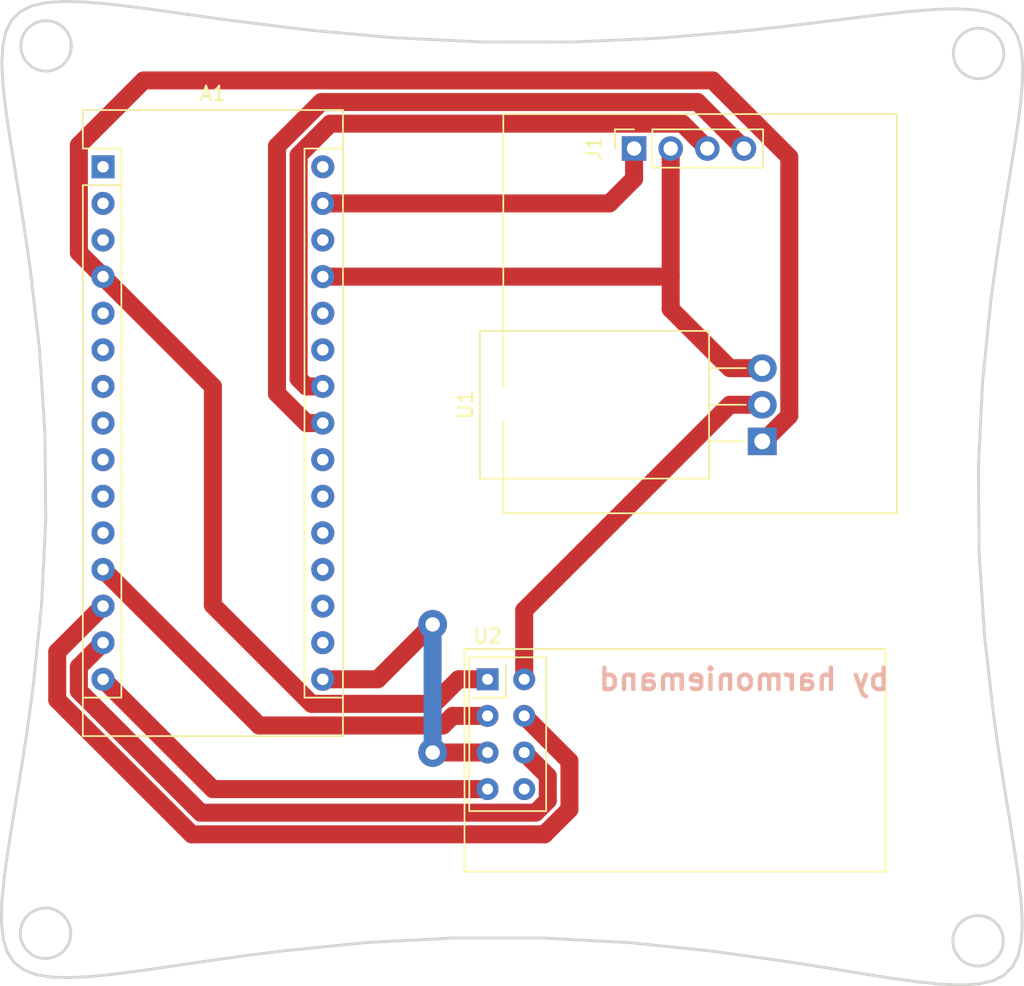
<source format=kicad_pcb>
(kicad_pcb (version 20171130) (host pcbnew "(5.1.5)-3")

  (general
    (thickness 1.6)
    (drawings 464)
    (tracks 77)
    (zones 0)
    (modules 4)
    (nets 32)
  )

  (page A4)
  (layers
    (0 F.Cu signal)
    (31 B.Cu signal)
    (32 B.Adhes user)
    (33 F.Adhes user)
    (34 B.Paste user)
    (35 F.Paste user)
    (36 B.SilkS user)
    (37 F.SilkS user)
    (38 B.Mask user)
    (39 F.Mask user)
    (40 Dwgs.User user)
    (41 Cmts.User user)
    (42 Eco1.User user)
    (43 Eco2.User user)
    (44 Edge.Cuts user)
    (45 Margin user hide)
    (46 B.CrtYd user hide)
    (47 F.CrtYd user)
    (48 B.Fab user)
    (49 F.Fab user)
  )

  (setup
    (last_trace_width 1.25)
    (trace_clearance 0.25)
    (zone_clearance 0.508)
    (zone_45_only no)
    (trace_min 0.2)
    (via_size 0.8)
    (via_drill 0.4)
    (via_min_size 0.4)
    (via_min_drill 0.3)
    (uvia_size 0.3)
    (uvia_drill 0.1)
    (uvias_allowed no)
    (uvia_min_size 0.2)
    (uvia_min_drill 0.1)
    (edge_width 0.05)
    (segment_width 0.2)
    (pcb_text_width 0.3)
    (pcb_text_size 1.5 1.5)
    (mod_edge_width 0.12)
    (mod_text_size 1 1)
    (mod_text_width 0.15)
    (pad_size 1.524 1.524)
    (pad_drill 0.762)
    (pad_to_mask_clearance 0.051)
    (solder_mask_min_width 0.25)
    (aux_axis_origin 0 0)
    (visible_elements 7FFFFFFF)
    (pcbplotparams
      (layerselection 0x010f0_ffffffff)
      (usegerberextensions false)
      (usegerberattributes false)
      (usegerberadvancedattributes false)
      (creategerberjobfile false)
      (excludeedgelayer true)
      (linewidth 0.100000)
      (plotframeref false)
      (viasonmask false)
      (mode 1)
      (useauxorigin false)
      (hpglpennumber 1)
      (hpglpenspeed 20)
      (hpglpendiameter 15.000000)
      (psnegative false)
      (psa4output false)
      (plotreference true)
      (plotvalue true)
      (plotinvisibletext false)
      (padsonsilk false)
      (subtractmaskfromsilk false)
      (outputformat 1)
      (mirror false)
      (drillshape 0)
      (scaleselection 1)
      (outputdirectory "gerber/"))
  )

  (net 0 "")
  (net 1 NRF_SCK)
  (net 2 NRF_MISO)
  (net 3 "Net-(A1-Pad30)")
  (net 4 NRF_MOSI)
  (net 5 GND)
  (net 6 NRF_CSN)
  (net 7 "Net-(A1-Pad28)")
  (net 8 NRF_ENABLE)
  (net 9 "Net-(A1-Pad11)")
  (net 10 "Net-(A1-Pad26)")
  (net 11 "Net-(A1-Pad10)")
  (net 12 "Net-(A1-Pad25)")
  (net 13 "Net-(A1-Pad9)")
  (net 14 "Net-(A1-Pad8)")
  (net 15 "Net-(A1-Pad7)")
  (net 16 "Net-(A1-Pad22)")
  (net 17 "Net-(A1-Pad6)")
  (net 18 "Net-(A1-Pad21)")
  (net 19 "Net-(A1-Pad5)")
  (net 20 "Net-(A1-Pad20)")
  (net 21 "Net-(A1-Pad19)")
  (net 22 "Net-(A1-Pad3)")
  (net 23 "Net-(A1-Pad18)")
  (net 24 "Net-(A1-Pad2)")
  (net 25 "Net-(A1-Pad17)")
  (net 26 "Net-(A1-Pad1)")
  (net 27 +3V3)
  (net 28 "Net-(U2-Pad8)")
  (net 29 VCC)
  (net 30 DISPLAY_SCL)
  (net 31 DISPLAY_SDA)

  (net_class Default "Dies ist die voreingestellte Netzklasse."
    (clearance 0.25)
    (trace_width 1.25)
    (via_dia 0.8)
    (via_drill 0.4)
    (uvia_dia 0.3)
    (uvia_drill 0.1)
    (add_net +3V3)
    (add_net DISPLAY_SCL)
    (add_net DISPLAY_SDA)
    (add_net GND)
    (add_net NRF_CSN)
    (add_net NRF_ENABLE)
    (add_net NRF_MISO)
    (add_net NRF_MOSI)
    (add_net NRF_SCK)
    (add_net "Net-(A1-Pad1)")
    (add_net "Net-(A1-Pad10)")
    (add_net "Net-(A1-Pad11)")
    (add_net "Net-(A1-Pad17)")
    (add_net "Net-(A1-Pad18)")
    (add_net "Net-(A1-Pad19)")
    (add_net "Net-(A1-Pad2)")
    (add_net "Net-(A1-Pad20)")
    (add_net "Net-(A1-Pad21)")
    (add_net "Net-(A1-Pad22)")
    (add_net "Net-(A1-Pad25)")
    (add_net "Net-(A1-Pad26)")
    (add_net "Net-(A1-Pad28)")
    (add_net "Net-(A1-Pad3)")
    (add_net "Net-(A1-Pad30)")
    (add_net "Net-(A1-Pad5)")
    (add_net "Net-(A1-Pad6)")
    (add_net "Net-(A1-Pad7)")
    (add_net "Net-(A1-Pad8)")
    (add_net "Net-(A1-Pad9)")
    (add_net "Net-(U2-Pad8)")
    (add_net VCC)
  )

  (module Module:Arduino_Nano (layer F.Cu) (tedit 58ACAF70) (tstamp 5E3E6351)
    (at 149.86 67.31)
    (descr "Arduino Nano, http://www.mouser.com/pdfdocs/Gravitech_Arduino_Nano3_0.pdf")
    (tags "Arduino Nano")
    (path /5E3E0579)
    (fp_text reference A1 (at 7.62 -5.08) (layer F.SilkS)
      (effects (font (size 1 1) (thickness 0.15)))
    )
    (fp_text value Arduino_Nano_v3.x (at 8.89 19.05 90) (layer F.Fab)
      (effects (font (size 1 1) (thickness 0.15)))
    )
    (fp_line (start 16.75 42.16) (end -1.53 42.16) (layer F.CrtYd) (width 0.05))
    (fp_line (start 16.75 42.16) (end 16.75 -4.06) (layer F.CrtYd) (width 0.05))
    (fp_line (start -1.53 -4.06) (end -1.53 42.16) (layer F.CrtYd) (width 0.05))
    (fp_line (start -1.53 -4.06) (end 16.75 -4.06) (layer F.CrtYd) (width 0.05))
    (fp_line (start 16.51 -3.81) (end 16.51 39.37) (layer F.Fab) (width 0.1))
    (fp_line (start 0 -3.81) (end 16.51 -3.81) (layer F.Fab) (width 0.1))
    (fp_line (start -1.27 -2.54) (end 0 -3.81) (layer F.Fab) (width 0.1))
    (fp_line (start -1.27 39.37) (end -1.27 -2.54) (layer F.Fab) (width 0.1))
    (fp_line (start 16.51 39.37) (end -1.27 39.37) (layer F.Fab) (width 0.1))
    (fp_line (start 16.64 -3.94) (end -1.4 -3.94) (layer F.SilkS) (width 0.12))
    (fp_line (start 16.64 39.5) (end 16.64 -3.94) (layer F.SilkS) (width 0.12))
    (fp_line (start -1.4 39.5) (end 16.64 39.5) (layer F.SilkS) (width 0.12))
    (fp_line (start 3.81 41.91) (end 3.81 31.75) (layer F.Fab) (width 0.1))
    (fp_line (start 11.43 41.91) (end 3.81 41.91) (layer F.Fab) (width 0.1))
    (fp_line (start 11.43 31.75) (end 11.43 41.91) (layer F.Fab) (width 0.1))
    (fp_line (start 3.81 31.75) (end 11.43 31.75) (layer F.Fab) (width 0.1))
    (fp_line (start 1.27 36.83) (end -1.4 36.83) (layer F.SilkS) (width 0.12))
    (fp_line (start 1.27 1.27) (end 1.27 36.83) (layer F.SilkS) (width 0.12))
    (fp_line (start 1.27 1.27) (end -1.4 1.27) (layer F.SilkS) (width 0.12))
    (fp_line (start 13.97 36.83) (end 16.64 36.83) (layer F.SilkS) (width 0.12))
    (fp_line (start 13.97 -1.27) (end 13.97 36.83) (layer F.SilkS) (width 0.12))
    (fp_line (start 13.97 -1.27) (end 16.64 -1.27) (layer F.SilkS) (width 0.12))
    (fp_line (start -1.4 -3.94) (end -1.4 -1.27) (layer F.SilkS) (width 0.12))
    (fp_line (start -1.4 1.27) (end -1.4 39.5) (layer F.SilkS) (width 0.12))
    (fp_line (start 1.27 -1.27) (end -1.4 -1.27) (layer F.SilkS) (width 0.12))
    (fp_line (start 1.27 1.27) (end 1.27 -1.27) (layer F.SilkS) (width 0.12))
    (fp_text user %R (at 6.35 19.05 90) (layer F.Fab)
      (effects (font (size 1 1) (thickness 0.15)))
    )
    (pad 16 thru_hole oval (at 15.24 35.56) (size 1.6 1.6) (drill 0.8) (layers *.Cu *.Mask)
      (net 1 NRF_SCK))
    (pad 15 thru_hole oval (at 0 35.56) (size 1.6 1.6) (drill 0.8) (layers *.Cu *.Mask)
      (net 2 NRF_MISO))
    (pad 30 thru_hole oval (at 15.24 0) (size 1.6 1.6) (drill 0.8) (layers *.Cu *.Mask)
      (net 3 "Net-(A1-Pad30)"))
    (pad 14 thru_hole oval (at 0 33.02) (size 1.6 1.6) (drill 0.8) (layers *.Cu *.Mask)
      (net 4 NRF_MOSI))
    (pad 29 thru_hole oval (at 15.24 2.54) (size 1.6 1.6) (drill 0.8) (layers *.Cu *.Mask)
      (net 5 GND))
    (pad 13 thru_hole oval (at 0 30.48) (size 1.6 1.6) (drill 0.8) (layers *.Cu *.Mask)
      (net 6 NRF_CSN))
    (pad 28 thru_hole oval (at 15.24 5.08) (size 1.6 1.6) (drill 0.8) (layers *.Cu *.Mask)
      (net 7 "Net-(A1-Pad28)"))
    (pad 12 thru_hole oval (at 0 27.94) (size 1.6 1.6) (drill 0.8) (layers *.Cu *.Mask)
      (net 8 NRF_ENABLE))
    (pad 27 thru_hole oval (at 15.24 7.62) (size 1.6 1.6) (drill 0.8) (layers *.Cu *.Mask)
      (net 29 VCC))
    (pad 11 thru_hole oval (at 0 25.4) (size 1.6 1.6) (drill 0.8) (layers *.Cu *.Mask)
      (net 9 "Net-(A1-Pad11)"))
    (pad 26 thru_hole oval (at 15.24 10.16) (size 1.6 1.6) (drill 0.8) (layers *.Cu *.Mask)
      (net 10 "Net-(A1-Pad26)"))
    (pad 10 thru_hole oval (at 0 22.86) (size 1.6 1.6) (drill 0.8) (layers *.Cu *.Mask)
      (net 11 "Net-(A1-Pad10)"))
    (pad 25 thru_hole oval (at 15.24 12.7) (size 1.6 1.6) (drill 0.8) (layers *.Cu *.Mask)
      (net 12 "Net-(A1-Pad25)"))
    (pad 9 thru_hole oval (at 0 20.32) (size 1.6 1.6) (drill 0.8) (layers *.Cu *.Mask)
      (net 13 "Net-(A1-Pad9)"))
    (pad 24 thru_hole oval (at 15.24 15.24) (size 1.6 1.6) (drill 0.8) (layers *.Cu *.Mask)
      (net 30 DISPLAY_SCL))
    (pad 8 thru_hole oval (at 0 17.78) (size 1.6 1.6) (drill 0.8) (layers *.Cu *.Mask)
      (net 14 "Net-(A1-Pad8)"))
    (pad 23 thru_hole oval (at 15.24 17.78) (size 1.6 1.6) (drill 0.8) (layers *.Cu *.Mask)
      (net 31 DISPLAY_SDA))
    (pad 7 thru_hole oval (at 0 15.24) (size 1.6 1.6) (drill 0.8) (layers *.Cu *.Mask)
      (net 15 "Net-(A1-Pad7)"))
    (pad 22 thru_hole oval (at 15.24 20.32) (size 1.6 1.6) (drill 0.8) (layers *.Cu *.Mask)
      (net 16 "Net-(A1-Pad22)"))
    (pad 6 thru_hole oval (at 0 12.7) (size 1.6 1.6) (drill 0.8) (layers *.Cu *.Mask)
      (net 17 "Net-(A1-Pad6)"))
    (pad 21 thru_hole oval (at 15.24 22.86) (size 1.6 1.6) (drill 0.8) (layers *.Cu *.Mask)
      (net 18 "Net-(A1-Pad21)"))
    (pad 5 thru_hole oval (at 0 10.16) (size 1.6 1.6) (drill 0.8) (layers *.Cu *.Mask)
      (net 19 "Net-(A1-Pad5)"))
    (pad 20 thru_hole oval (at 15.24 25.4) (size 1.6 1.6) (drill 0.8) (layers *.Cu *.Mask)
      (net 20 "Net-(A1-Pad20)"))
    (pad 4 thru_hole oval (at 0 7.62) (size 1.6 1.6) (drill 0.8) (layers *.Cu *.Mask)
      (net 5 GND))
    (pad 19 thru_hole oval (at 15.24 27.94) (size 1.6 1.6) (drill 0.8) (layers *.Cu *.Mask)
      (net 21 "Net-(A1-Pad19)"))
    (pad 3 thru_hole oval (at 0 5.08) (size 1.6 1.6) (drill 0.8) (layers *.Cu *.Mask)
      (net 22 "Net-(A1-Pad3)"))
    (pad 18 thru_hole oval (at 15.24 30.48) (size 1.6 1.6) (drill 0.8) (layers *.Cu *.Mask)
      (net 23 "Net-(A1-Pad18)"))
    (pad 2 thru_hole oval (at 0 2.54) (size 1.6 1.6) (drill 0.8) (layers *.Cu *.Mask)
      (net 24 "Net-(A1-Pad2)"))
    (pad 17 thru_hole oval (at 15.24 33.02) (size 1.6 1.6) (drill 0.8) (layers *.Cu *.Mask)
      (net 25 "Net-(A1-Pad17)"))
    (pad 1 thru_hole rect (at 0 0) (size 1.6 1.6) (drill 0.8) (layers *.Cu *.Mask)
      (net 26 "Net-(A1-Pad1)"))
    (model ${KISYS3DMOD}/Module.3dshapes/Arduino_Nano_WithMountingHoles.wrl
      (at (xyz 0 0 0))
      (scale (xyz 1 1 1))
      (rotate (xyz 0 0 0))
    )
  )

  (module RF_Module:nRF24L01_Breakout (layer F.Cu) (tedit 5A056C61) (tstamp 5E3E63E0)
    (at 176.53 102.87)
    (descr "nRF24L01 breakout board")
    (tags "nRF24L01 adapter breakout")
    (path /5E3E3A90)
    (fp_text reference U2 (at 0 -3) (layer F.SilkS)
      (effects (font (size 1 1) (thickness 0.15)))
    )
    (fp_text value NRF24L01_Breakout (at 13 5) (layer F.Fab)
      (effects (font (size 1 1) (thickness 0.15)))
    )
    (fp_text user %R (at 12.5 2.5) (layer F.Fab)
      (effects (font (size 1 1) (thickness 0.15)))
    )
    (fp_line (start 27.75 -2.25) (end 27.75 -2.25) (layer F.CrtYd) (width 0.05))
    (fp_line (start 27.75 13.5) (end 27.75 -2.25) (layer F.CrtYd) (width 0.05))
    (fp_line (start -1.75 13.5) (end 27.75 13.5) (layer F.CrtYd) (width 0.05))
    (fp_line (start -1.75 -2.25) (end -1.75 13.5) (layer F.CrtYd) (width 0.05))
    (fp_line (start 27.75 -2.25) (end -1.75 -2.25) (layer F.CrtYd) (width 0.05))
    (fp_line (start -1.27 -1.524) (end -1.27 -1.524) (layer F.SilkS) (width 0.12))
    (fp_line (start -1.27 9.144) (end -1.27 -1.524) (layer F.SilkS) (width 0.12))
    (fp_line (start -1.6 -2.1) (end -1.6 -2.1) (layer F.SilkS) (width 0.12))
    (fp_line (start -1.6 13.35) (end -1.6 -2.1) (layer F.SilkS) (width 0.12))
    (fp_line (start 27.6 13.35) (end -1.6 13.35) (layer F.SilkS) (width 0.12))
    (fp_line (start 27.6 -2.1) (end 27.6 13.35) (layer F.SilkS) (width 0.12))
    (fp_line (start -1.6 -2.1) (end 27.6 -2.1) (layer F.SilkS) (width 0.12))
    (fp_line (start -1.016 1.27) (end -1.016 1.27) (layer F.SilkS) (width 0.12))
    (fp_line (start 1.27 1.27) (end -1.016 1.27) (layer F.SilkS) (width 0.12))
    (fp_line (start 1.27 -1.016) (end 1.27 1.27) (layer F.SilkS) (width 0.12))
    (fp_line (start -1.27 9.144) (end -1.27 9.144) (layer F.SilkS) (width 0.12))
    (fp_line (start 4.064 9.144) (end -1.27 9.144) (layer F.SilkS) (width 0.12))
    (fp_line (start 4.064 -1.524) (end 4.064 9.144) (layer F.SilkS) (width 0.12))
    (fp_line (start -1.27 -1.524) (end 4.064 -1.524) (layer F.SilkS) (width 0.12))
    (fp_line (start -1.27 -1.27) (end -1.27 -1.27) (layer F.Fab) (width 0.1))
    (fp_line (start -1.27 8.89) (end -1.27 -1.27) (layer F.Fab) (width 0.1))
    (fp_line (start 3.81 8.89) (end -1.27 8.89) (layer F.Fab) (width 0.1))
    (fp_line (start 3.81 -1.27) (end 3.81 8.89) (layer F.Fab) (width 0.1))
    (fp_line (start -1.27 -1.27) (end 3.81 -1.27) (layer F.Fab) (width 0.1))
    (fp_line (start -1.5 -2) (end -1.5 -2) (layer F.Fab) (width 0.1))
    (fp_line (start -1.5 13.25) (end -1.5 -2) (layer F.Fab) (width 0.1))
    (fp_line (start 27.5 13.25) (end -1.5 13.25) (layer F.Fab) (width 0.1))
    (fp_line (start 27.5 -2) (end 27.5 13.25) (layer F.Fab) (width 0.1))
    (fp_line (start -1.5 -2) (end 27.5 -2) (layer F.Fab) (width 0.1))
    (pad 8 thru_hole circle (at 2.54 7.62) (size 1.524 1.524) (drill 0.762) (layers *.Cu *.Mask)
      (net 28 "Net-(U2-Pad8)"))
    (pad 7 thru_hole circle (at 0 7.62) (size 1.524 1.524) (drill 0.762) (layers *.Cu *.Mask)
      (net 2 NRF_MISO))
    (pad 6 thru_hole circle (at 2.54 5.08) (size 1.524 1.524) (drill 0.762) (layers *.Cu *.Mask)
      (net 4 NRF_MOSI))
    (pad 5 thru_hole circle (at 0 5.08) (size 1.524 1.524) (drill 0.762) (layers *.Cu *.Mask)
      (net 1 NRF_SCK))
    (pad 4 thru_hole circle (at 2.54 2.54) (size 1.524 1.524) (drill 0.762) (layers *.Cu *.Mask)
      (net 6 NRF_CSN))
    (pad 3 thru_hole circle (at 0 2.54) (size 1.524 1.524) (drill 0.762) (layers *.Cu *.Mask)
      (net 8 NRF_ENABLE))
    (pad 2 thru_hole circle (at 2.54 0) (size 1.524 1.524) (drill 0.762) (layers *.Cu *.Mask)
      (net 27 +3V3))
    (pad 1 thru_hole rect (at 0 0) (size 1.524 1.524) (drill 0.762) (layers *.Cu *.Mask)
      (net 5 GND))
    (model ${KISYS3DMOD}/RF_Module.3dshapes/nRF24L01_Breakout.wrl
      (at (xyz 0 0 0))
      (scale (xyz 1 1 1))
      (rotate (xyz 0 0 0))
    )
  )

  (module Connector_PinSocket_2.54mm:PinSocket_1x04_P2.54mm_Vertical (layer F.Cu) (tedit 5A19A429) (tstamp 5E3E6396)
    (at 186.69 66.04 90)
    (descr "Through hole straight socket strip, 1x04, 2.54mm pitch, single row (from Kicad 4.0.7), script generated")
    (tags "Through hole socket strip THT 1x04 2.54mm single row")
    (path /5E3E7A7F)
    (fp_text reference J1 (at 0 -2.77 90) (layer F.SilkS)
      (effects (font (size 1 1) (thickness 0.15)))
    )
    (fp_text value Conn_01x04_Female (at 0 10.39 90) (layer F.Fab)
      (effects (font (size 1 1) (thickness 0.15)))
    )
    (fp_line (start -1.27 -1.27) (end 0.635 -1.27) (layer F.Fab) (width 0.1))
    (fp_line (start 0.635 -1.27) (end 1.27 -0.635) (layer F.Fab) (width 0.1))
    (fp_line (start 1.27 -0.635) (end 1.27 8.89) (layer F.Fab) (width 0.1))
    (fp_line (start 1.27 8.89) (end -1.27 8.89) (layer F.Fab) (width 0.1))
    (fp_line (start -1.27 8.89) (end -1.27 -1.27) (layer F.Fab) (width 0.1))
    (fp_line (start -1.33 1.27) (end 1.33 1.27) (layer F.SilkS) (width 0.12))
    (fp_line (start -1.33 1.27) (end -1.33 8.95) (layer F.SilkS) (width 0.12))
    (fp_line (start -1.33 8.95) (end 1.33 8.95) (layer F.SilkS) (width 0.12))
    (fp_line (start 1.33 1.27) (end 1.33 8.95) (layer F.SilkS) (width 0.12))
    (fp_line (start 1.33 -1.33) (end 1.33 0) (layer F.SilkS) (width 0.12))
    (fp_line (start 0 -1.33) (end 1.33 -1.33) (layer F.SilkS) (width 0.12))
    (fp_line (start -1.8 -1.8) (end 1.75 -1.8) (layer F.CrtYd) (width 0.05))
    (fp_line (start 1.75 -1.8) (end 1.75 9.4) (layer F.CrtYd) (width 0.05))
    (fp_line (start 1.75 9.4) (end -1.8 9.4) (layer F.CrtYd) (width 0.05))
    (fp_line (start -1.8 9.4) (end -1.8 -1.8) (layer F.CrtYd) (width 0.05))
    (fp_text user %R (at 0 3.81) (layer F.Fab)
      (effects (font (size 1 1) (thickness 0.15)))
    )
    (pad 1 thru_hole rect (at 0 0 90) (size 1.7 1.7) (drill 1) (layers *.Cu *.Mask)
      (net 5 GND))
    (pad 2 thru_hole oval (at 0 2.54 90) (size 1.7 1.7) (drill 1) (layers *.Cu *.Mask)
      (net 29 VCC))
    (pad 3 thru_hole oval (at 0 5.08 90) (size 1.7 1.7) (drill 1) (layers *.Cu *.Mask)
      (net 30 DISPLAY_SCL))
    (pad 4 thru_hole oval (at 0 7.62 90) (size 1.7 1.7) (drill 1) (layers *.Cu *.Mask)
      (net 31 DISPLAY_SDA))
    (model ${KISYS3DMOD}/Connector_PinSocket_2.54mm.3dshapes/PinSocket_1x04_P2.54mm_Vertical.wrl
      (at (xyz 0 0 0))
      (scale (xyz 1 1 1))
      (rotate (xyz 0 0 0))
    )
  )

  (module Package_TO_SOT_THT:TO-220-3_Horizontal_TabDown (layer F.Cu) (tedit 5AC8BA0D) (tstamp 5E3E63B6)
    (at 195.58 86.36 90)
    (descr "TO-220-3, Horizontal, RM 2.54mm, see https://www.vishay.com/docs/66542/to-220-1.pdf")
    (tags "TO-220-3 Horizontal RM 2.54mm")
    (path /5E3E544A)
    (fp_text reference U1 (at 2.54 -20.58 90) (layer F.SilkS)
      (effects (font (size 1 1) (thickness 0.15)))
    )
    (fp_text value AZ1117-3.3 (at 2.54 2 90) (layer F.Fab)
      (effects (font (size 1 1) (thickness 0.15)))
    )
    (fp_circle (center 2.54 -16.66) (end 4.39 -16.66) (layer F.Fab) (width 0.1))
    (fp_line (start -2.46 -13.06) (end -2.46 -19.46) (layer F.Fab) (width 0.1))
    (fp_line (start -2.46 -19.46) (end 7.54 -19.46) (layer F.Fab) (width 0.1))
    (fp_line (start 7.54 -19.46) (end 7.54 -13.06) (layer F.Fab) (width 0.1))
    (fp_line (start 7.54 -13.06) (end -2.46 -13.06) (layer F.Fab) (width 0.1))
    (fp_line (start -2.46 -3.81) (end -2.46 -13.06) (layer F.Fab) (width 0.1))
    (fp_line (start -2.46 -13.06) (end 7.54 -13.06) (layer F.Fab) (width 0.1))
    (fp_line (start 7.54 -13.06) (end 7.54 -3.81) (layer F.Fab) (width 0.1))
    (fp_line (start 7.54 -3.81) (end -2.46 -3.81) (layer F.Fab) (width 0.1))
    (fp_line (start 0 -3.81) (end 0 0) (layer F.Fab) (width 0.1))
    (fp_line (start 2.54 -3.81) (end 2.54 0) (layer F.Fab) (width 0.1))
    (fp_line (start 5.08 -3.81) (end 5.08 0) (layer F.Fab) (width 0.1))
    (fp_line (start -2.58 -3.69) (end 7.66 -3.69) (layer F.SilkS) (width 0.12))
    (fp_line (start -2.58 -19.58) (end 7.66 -19.58) (layer F.SilkS) (width 0.12))
    (fp_line (start -2.58 -19.58) (end -2.58 -3.69) (layer F.SilkS) (width 0.12))
    (fp_line (start 7.66 -19.58) (end 7.66 -3.69) (layer F.SilkS) (width 0.12))
    (fp_line (start 0 -3.69) (end 0 -1.15) (layer F.SilkS) (width 0.12))
    (fp_line (start 2.54 -3.69) (end 2.54 -1.15) (layer F.SilkS) (width 0.12))
    (fp_line (start 5.08 -3.69) (end 5.08 -1.15) (layer F.SilkS) (width 0.12))
    (fp_line (start -2.71 -19.71) (end -2.71 1.25) (layer F.CrtYd) (width 0.05))
    (fp_line (start -2.71 1.25) (end 7.79 1.25) (layer F.CrtYd) (width 0.05))
    (fp_line (start 7.79 1.25) (end 7.79 -19.71) (layer F.CrtYd) (width 0.05))
    (fp_line (start 7.79 -19.71) (end -2.71 -19.71) (layer F.CrtYd) (width 0.05))
    (fp_text user %R (at 2.54 -20.58 90) (layer F.Fab)
      (effects (font (size 1 1) (thickness 0.15)))
    )
    (pad "" np_thru_hole oval (at 2.54 -16.66 90) (size 3.5 3.5) (drill 3.5) (layers *.Cu *.Mask))
    (pad 1 thru_hole rect (at 0 0 90) (size 1.905 2) (drill 1.1) (layers *.Cu *.Mask)
      (net 5 GND))
    (pad 2 thru_hole oval (at 2.54 0 90) (size 1.905 2) (drill 1.1) (layers *.Cu *.Mask)
      (net 27 +3V3))
    (pad 3 thru_hole oval (at 5.08 0 90) (size 1.905 2) (drill 1.1) (layers *.Cu *.Mask)
      (net 29 VCC))
    (model ${KISYS3DMOD}/Package_TO_SOT_THT.3dshapes/TO-220-3_Horizontal_TabDown.wrl
      (at (xyz 0 0 0))
      (scale (xyz 1 1 1))
      (rotate (xyz 0 0 0))
    )
  )

  (gr_curve (pts (xy 193.777083 96.82858) (xy 193.770228 96.828932) (xy 193.707489 96.771901) (xy 193.637663 96.701837)) (layer B.SilkS) (width 0.0005))
  (gr_curve (pts (xy 196.261188 97.263945) (xy 196.182359 97.263945) (xy 196.168029 97.267843) (xy 196.12036 97.302244)) (layer B.SilkS) (width 0.0005))
  (gr_curve (pts (xy 196.404054 96.966593) (xy 196.404054 96.966593) (xy 196.404054 97.125286) (xy 196.404054 97.125286)) (layer B.SilkS) (width 0.0005))
  (gr_curve (pts (xy 195.924567 96.948715) (xy 196.040868 96.896984) (xy 196.228292 96.896269) (xy 196.355118 96.947013)) (layer B.SilkS) (width 0.0005))
  (gr_curve (pts (xy 187.554688 97.821121) (xy 187.554688 97.821121) (xy 187.130515 97.821121) (xy 187.130515 97.821121)) (layer B.SilkS) (width 0.0005))
  (gr_curve (pts (xy 195.791758 97.054057) (xy 195.791758 97.032793) (xy 195.863611 96.975803) (xy 195.924567 96.948715)) (layer B.SilkS) (width 0.0005))
  (gr_curve (pts (xy 196.067291 97.340612) (xy 196.067291 97.340612) (xy 195.929524 97.204543) (xy 195.929524 97.204543)) (layer B.SilkS) (width 0.0005))
  (gr_curve (pts (xy 202.18413 96.382305) (xy 202.18413 96.382305) (xy 202.18413 96.351624) (xy 202.18413 96.351624)) (layer B.SilkS) (width 0.0005))
  (gr_curve (pts (xy 187.751925 97.563966) (xy 187.751925 97.563966) (xy 187.978859 97.563966) (xy 187.978859 97.563966)) (layer B.SilkS) (width 0.0005))
  (gr_curve (pts (xy 187.97886 97.821121) (xy 187.97886 97.821121) (xy 187.554688 97.821121) (xy 187.554688 97.821121)) (layer B.SilkS) (width 0.0005))
  (gr_curve (pts (xy 202.586491 96.351624) (xy 202.586491 96.351624) (xy 202.831839 96.836366) (xy 202.831839 96.836366)) (layer B.SilkS) (width 0.0005))
  (gr_curve (pts (xy 202.86452 97.733663) (xy 202.86236 97.731258) (xy 202.805527 97.627341) (xy 202.738226 97.502737)) (layer B.SilkS) (width 0.0005))
  (gr_curve (pts (xy 187.758433 97.230259) (xy 187.758433 97.230259) (xy 187.724756 97.237439) (xy 187.724756 97.237439)) (layer B.SilkS) (width 0.0005))
  (gr_curve (pts (xy 189.102421 96.910479) (xy 189.102421 96.910479) (xy 189.166711 96.903864) (xy 189.166711 96.903864)) (layer B.SilkS) (width 0.0005))
  (gr_curve (pts (xy 188.719737 97.068232) (xy 188.819344 96.982994) (xy 188.959533 96.925202) (xy 189.102421 96.910479)) (layer B.SilkS) (width 0.0005))
  (gr_curve (pts (xy 188.935383 97.368052) (xy 188.931036 97.368052) (xy 188.869716 97.310024) (xy 188.799115 97.2391)) (layer B.SilkS) (width 0.0005))
  (gr_curve (pts (xy 202.18413 96.351624) (xy 202.18413 96.351624) (xy 202.385311 96.351624) (xy 202.385311 96.351624)) (layer B.SilkS) (width 0.0005))
  (gr_curve (pts (xy 189.133036 97.257935) (xy 189.097275 97.258056) (xy 188.986638 97.315802) (xy 188.959492 97.348508)) (layer B.SilkS) (width 0.0005))
  (gr_curve (pts (xy 188.670752 97.110147) (xy 188.670752 97.110147) (xy 188.719737 97.068232) (xy 188.719737 97.068232)) (layer B.SilkS) (width 0.0005))
  (gr_curve (pts (xy 188.799115 97.2391) (xy 188.799115 97.2391) (xy 188.670752 97.110147) (xy 188.670752 97.110147)) (layer B.SilkS) (width 0.0005))
  (gr_curve (pts (xy 187.471733 96.98574) (xy 187.54149 96.948294) (xy 187.657607 96.914925) (xy 187.718145 96.914925)) (layer B.SilkS) (width 0.0005))
  (gr_curve (pts (xy 187.978859 97.563966) (xy 187.978859 97.563966) (xy 187.978859 97.69255) (xy 187.978859 97.69255)) (layer B.SilkS) (width 0.0005))
  (gr_curve (pts (xy 188.959492 97.348508) (xy 188.959492 97.348508) (xy 188.959492 97.348525) (xy 188.959492 97.348525)) (layer B.SilkS) (width 0.0005))
  (gr_curve (pts (xy 196.355118 96.947013) (xy 196.355118 96.947013) (xy 196.404054 96.966593) (xy 196.404054 96.966593)) (layer B.SilkS) (width 0.0005))
  (gr_curve (pts (xy 187.724756 97.237439) (xy 187.634199 97.256741) (xy 187.548946 97.351478) (xy 187.524723 97.459726)) (layer B.SilkS) (width 0.0005))
  (gr_curve (pts (xy 198.130729 97.69255) (xy 198.130729 97.69255) (xy 198.130727 97.821127) (xy 198.130727 97.821127)) (layer B.SilkS) (width 0.0005))
  (gr_curve (pts (xy 202.831839 96.836366) (xy 202.831839 96.836366) (xy 203.077188 97.321108) (xy 203.077188 97.321108)) (layer B.SilkS) (width 0.0005))
  (gr_curve (pts (xy 187.978859 97.69255) (xy 187.978859 97.69255) (xy 187.97886 97.821121) (xy 187.97886 97.821121)) (layer B.SilkS) (width 0.0005))
  (gr_curve (pts (xy 187.718145 96.914925) (xy 187.718145 96.914925) (xy 187.758433 96.914925) (xy 187.758433 96.914925)) (layer B.SilkS) (width 0.0005))
  (gr_curve (pts (xy 194.187541 96.513327) (xy 194.187541 96.513327) (xy 194.187541 96.690966) (xy 194.187541 96.690966)) (layer B.SilkS) (width 0.0005))
  (gr_curve (pts (xy 193.588898 96.51684) (xy 193.738688 96.406486) (xy 193.878185 96.356624) (xy 194.074266 96.343359)) (layer B.SilkS) (width 0.0005))
  (gr_curve (pts (xy 193.832818 96.79185) (xy 193.809019 96.811688) (xy 193.783938 96.8282) (xy 193.777083 96.82858)) (layer B.SilkS) (width 0.0005))
  (gr_curve (pts (xy 196.3765 97.273962) (xy 196.361346 97.268443) (xy 196.309455 97.263945) (xy 196.261188 97.263945)) (layer B.SilkS) (width 0.0005))
  (gr_curve (pts (xy 196.404054 97.283979) (xy 196.404054 97.283979) (xy 196.3765 97.273962) (xy 196.3765 97.273962)) (layer B.SilkS) (width 0.0005))
  (gr_curve (pts (xy 196.404054 97.125286) (xy 196.404054 97.125286) (xy 196.404054 97.283979) (xy 196.404054 97.283979)) (layer B.SilkS) (width 0.0005))
  (gr_curve (pts (xy 195.929524 97.204543) (xy 195.853752 97.129704) (xy 195.791758 97.061975) (xy 195.791758 97.054057)) (layer B.SilkS) (width 0.0005))
  (gr_curve (pts (xy 188.959492 97.348525) (xy 188.950578 97.359263) (xy 188.939731 97.368052) (xy 188.935383 97.368052)) (layer B.SilkS) (width 0.0005))
  (gr_curve (pts (xy 202.385311 96.351624) (xy 202.385311 96.351624) (xy 202.586491 96.351624) (xy 202.586491 96.351624)) (layer B.SilkS) (width 0.0005))
  (gr_curve (pts (xy 189.166711 97.080856) (xy 189.166711 97.080856) (xy 189.166711 97.257843) (xy 189.166711 97.257843)) (layer B.SilkS) (width 0.0005))
  (gr_curve (pts (xy 187.137527 97.646615) (xy 187.145247 97.454455) (xy 187.163714 97.368462) (xy 187.223642 97.245559)) (layer B.SilkS) (width 0.0005))
  (gr_curve (pts (xy 202.972819 97.529571) (xy 202.915415 97.644227) (xy 202.866681 97.736062) (xy 202.86452 97.733663)) (layer B.SilkS) (width 0.0005))
  (gr_curve (pts (xy 187.758433 96.914925) (xy 187.758433 96.914925) (xy 187.758433 97.072592) (xy 187.758433 97.072592)) (layer B.SilkS) (width 0.0005))
  (gr_curve (pts (xy 187.524723 97.459726) (xy 187.500583 97.567594) (xy 187.492683 97.563966) (xy 187.751925 97.563966)) (layer B.SilkS) (width 0.0005))
  (gr_curve (pts (xy 193.832818 96.791838) (xy 193.832818 96.791838) (xy 193.832818 96.79185) (xy 193.832818 96.79185)) (layer B.SilkS) (width 0.0005))
  (gr_curve (pts (xy 196.12036 97.302244) (xy 196.12036 97.302244) (xy 196.067291 97.340612) (xy 196.067291 97.340612)) (layer B.SilkS) (width 0.0005))
  (gr_curve (pts (xy 198.130729 97.563966) (xy 198.130729 97.563966) (xy 198.130729 97.69255) (xy 198.130729 97.69255)) (layer B.SilkS) (width 0.0005))
  (gr_curve (pts (xy 202.738226 97.502737) (xy 202.54217 97.139762) (xy 202.18413 96.415771) (xy 202.18413 96.382305)) (layer B.SilkS) (width 0.0005))
  (gr_curve (pts (xy 194.10408 96.697955) (xy 193.999415 96.706727) (xy 193.889076 96.744917) (xy 193.832818 96.791838)) (layer B.SilkS) (width 0.0005))
  (gr_curve (pts (xy 194.187541 96.690966) (xy 194.187541 96.690966) (xy 194.10408 96.697955) (xy 194.10408 96.697955)) (layer B.SilkS) (width 0.0005))
  (gr_curve (pts (xy 202.972819 97.529577) (xy 202.972819 97.529577) (xy 202.972819 97.529571) (xy 202.972819 97.529571)) (layer B.SilkS) (width 0.0005))
  (gr_curve (pts (xy 203.077188 97.321108) (xy 203.077188 97.321108) (xy 202.972819 97.529577) (xy 202.972819 97.529577)) (layer B.SilkS) (width 0.0005))
  (gr_curve (pts (xy 194.187541 96.335689) (xy 194.187541 96.335689) (xy 194.187541 96.513327) (xy 194.187541 96.513327)) (layer B.SilkS) (width 0.0005))
  (gr_curve (pts (xy 194.074266 96.343359) (xy 194.074266 96.343359) (xy 194.187541 96.335689) (xy 194.187541 96.335689)) (layer B.SilkS) (width 0.0005))
  (gr_curve (pts (xy 193.510707 96.574447) (xy 193.510707 96.574447) (xy 193.588898 96.51684) (xy 193.588898 96.51684)) (layer B.SilkS) (width 0.0005))
  (gr_curve (pts (xy 193.637663 96.701837) (xy 193.637663 96.701837) (xy 193.510707 96.574447) (xy 193.510707 96.574447)) (layer B.SilkS) (width 0.0005))
  (gr_curve (pts (xy 189.166711 97.257843) (xy 189.166711 97.257843) (xy 189.133036 97.257935) (xy 189.133036 97.257935)) (layer B.SilkS) (width 0.0005))
  (gr_curve (pts (xy 187.130515 97.821121) (xy 187.130515 97.821121) (xy 187.137527 97.646615) (xy 187.137527 97.646615)) (layer B.SilkS) (width 0.0005))
  (gr_curve (pts (xy 187.223642 97.245559) (xy 187.269534 97.151451) (xy 187.381521 97.034166) (xy 187.471733 96.98574)) (layer B.SilkS) (width 0.0005))
  (gr_curve (pts (xy 189.166711 96.903864) (xy 189.166711 96.903864) (xy 189.166711 97.080856) (xy 189.166711 97.080856)) (layer B.SilkS) (width 0.0005))
  (gr_curve (pts (xy 187.758433 97.072592) (xy 187.758433 97.072592) (xy 187.758433 97.230259) (xy 187.758433 97.230259)) (layer B.SilkS) (width 0.0005))
  (gr_curve (pts (xy 197.665528 97.511918) (xy 197.665528 97.511918) (xy 197.665384 97.563966) (xy 197.665384 97.563966)) (layer B.SilkS) (width 0.0005))
  (gr_curve (pts (xy 197.897986 97.227202) (xy 197.897986 97.227202) (xy 197.843707 97.249521) (xy 197.843707 97.249521)) (layer B.SilkS) (width 0.0005))
  (gr_curve (pts (xy 197.898032 97.071064) (xy 197.898032 97.071064) (xy 197.897986 97.227202) (xy 197.897986 97.227202)) (layer B.SilkS) (width 0.0005))
  (gr_curve (pts (xy 197.863913 96.914925) (xy 197.863913 96.914925) (xy 197.898078 96.914925) (xy 197.898078 96.914925)) (layer B.SilkS) (width 0.0005))
  (gr_line (start 196.538759 97.704793) (end 196.538759 96.927175) (layer B.SilkS) (width 0.0005))
  (gr_line (start 196.538759 98.482406) (end 196.538759 97.704793) (layer B.SilkS) (width 0.0005))
  (gr_curve (pts (xy 197.285994 97.671113) (xy 197.286359 97.414062) (xy 197.342127 97.244896) (xy 197.473159 97.103365)) (layer B.SilkS) (width 0.0005))
  (gr_line (start 196.918382 98.482406) (end 196.72857 98.482406) (layer B.SilkS) (width 0.0005))
  (gr_curve (pts (xy 198.978537 96.927982) (xy 198.978537 96.927982) (xy 199.214492 96.928738) (xy 199.214492 96.928738)) (layer B.SilkS) (width 0.0005))
  (gr_curve (pts (xy 197.285767 97.821127) (xy 197.285767 97.821127) (xy 197.285994 97.671113) (xy 197.285994 97.671113)) (layer B.SilkS) (width 0.0005))
  (gr_curve (pts (xy 191.458343 97.127068) (xy 191.458343 97.127068) (xy 191.356493 97.230022) (xy 191.356493 97.230022)) (layer B.SilkS) (width 0.0005))
  (gr_curve (pts (xy 199.205286 98.428253) (xy 199.205286 98.428253) (xy 199.171587 98.482458) (xy 199.171587 98.482458)) (layer B.SilkS) (width 0.0005))
  (gr_curve (pts (xy 198.130727 97.821127) (xy 198.130727 97.821127) (xy 197.708243 97.821127) (xy 197.708243 97.821127)) (layer B.SilkS) (width 0.0005))
  (gr_curve (pts (xy 203.302516 97.965403) (xy 203.302516 97.965403) (xy 203.302516 97.965368) (xy 203.302516 97.965368)) (layer B.SilkS) (width 0.0005))
  (gr_curve (pts (xy 204.106739 96.355672) (xy 204.106739 96.358227) (xy 204.013351 96.559995) (xy 203.899209 96.804047)) (layer B.SilkS) (width 0.0005))
  (gr_curve (pts (xy 203.904089 96.354352) (xy 204.015547 96.352535) (xy 204.106739 96.353123) (xy 204.106739 96.355672)) (layer B.SilkS) (width 0.0005))
  (gr_curve (pts (xy 202.967868 97.928009) (xy 202.967868 97.928009) (xy 202.937254 97.869594) (xy 202.937254 97.869594)) (layer B.SilkS) (width 0.0005))
  (gr_line (start 196.538759 96.927175) (end 196.72857 96.927175) (layer B.SilkS) (width 0.0005))
  (gr_curve (pts (xy 190.232077 98.482406) (xy 190.232077 98.482406) (xy 190.232208 97.983385) (xy 190.232208 97.983385)) (layer B.SilkS) (width 0.0005))
  (gr_line (start 196.918382 97.704793) (end 196.918382 98.482406) (layer B.SilkS) (width 0.0005))
  (gr_curve (pts (xy 190.696168 97.29139) (xy 190.624108 97.35206) (xy 190.623977 97.352873) (xy 190.623977 97.943194)) (layer B.SilkS) (width 0.0005))
  (gr_curve (pts (xy 190.623977 97.943194) (xy 190.623977 97.943194) (xy 190.623945 97.943194) (xy 190.623945 97.943194)) (layer B.SilkS) (width 0.0005))
  (gr_curve (pts (xy 199.578808 97.833665) (xy 199.563977 97.833867) (xy 199.508354 97.917121) (xy 199.398181 98.104027)) (layer B.SilkS) (width 0.0005))
  (gr_curve (pts (xy 198.742582 96.927227) (xy 198.742582 96.927227) (xy 198.978537 96.927982) (xy 198.978537 96.927982)) (layer B.SilkS) (width 0.0005))
  (gr_line (start 200.114567 96.351618) (end 200.114567 97.417015) (layer B.SilkS) (width 0.0005))
  (gr_curve (pts (xy 199.015275 97.234273) (xy 199.015275 97.234273) (xy 198.742582 96.927227) (xy 198.742582 96.927227)) (layer B.SilkS) (width 0.0005))
  (gr_curve (pts (xy 190.887264 96.911759) (xy 191.13732 96.909787) (xy 191.262147 96.947757) (xy 191.390141 97.064737)) (layer B.SilkS) (width 0.0005))
  (gr_curve (pts (xy 198.695727 98.482458) (xy 198.695727 98.482458) (xy 198.990627 98.026476) (xy 198.990627 98.026476)) (layer B.SilkS) (width 0.0005))
  (gr_curve (pts (xy 190.232208 97.983385) (xy 190.232317 97.437569) (xy 190.242013 97.297993) (xy 190.286589 97.200633)) (layer B.SilkS) (width 0.0005))
  (gr_curve (pts (xy 198.990627 98.026476) (xy 199.152822 97.775688) (xy 199.286086 97.56392) (xy 199.286748 97.55591)) (layer B.SilkS) (width 0.0005))
  (gr_curve (pts (xy 190.623945 97.943194) (xy 190.623945 97.943194) (xy 190.623945 98.482406) (xy 190.623945 98.482406)) (layer B.SilkS) (width 0.0005))
  (gr_curve (pts (xy 199.398181 98.104027) (xy 199.310623 98.252564) (xy 199.22382 98.398466) (xy 199.205286 98.428253)) (layer B.SilkS) (width 0.0005))
  (gr_curve (pts (xy 199.600239 97.407534) (xy 199.600239 97.407534) (xy 199.600239 97.620455) (xy 199.600239 97.620455)) (layer B.SilkS) (width 0.0005))
  (gr_curve (pts (xy 203.701439 96.357714) (xy 203.701439 96.357714) (xy 203.904089 96.354352) (xy 203.904089 96.354352)) (layer B.SilkS) (width 0.0005))
  (gr_curve (pts (xy 190.623945 98.482406) (xy 190.623945 98.482406) (xy 190.428011 98.482406) (xy 190.428011 98.482406)) (layer B.SilkS) (width 0.0005))
  (gr_curve (pts (xy 199.600239 97.620455) (xy 199.600239 97.814956) (xy 199.598386 97.833475) (xy 199.578808 97.833665)) (layer B.SilkS) (width 0.0005))
  (gr_line (start 200.114567 97.417015) (end 200.114568 98.482406) (layer B.SilkS) (width 0.0005))
  (gr_curve (pts (xy 199.214492 96.928738) (xy 199.214492 96.928738) (xy 199.407366 97.168136) (xy 199.407366 97.168136)) (layer B.SilkS) (width 0.0005))
  (gr_curve (pts (xy 197.843707 97.249521) (xy 197.813852 97.261793) (xy 197.774507 97.286598) (xy 197.756273 97.304626)) (layer B.SilkS) (width 0.0005))
  (gr_line (start 196.72857 96.927175) (end 196.918382 96.927175) (layer B.SilkS) (width 0.0005))
  (gr_curve (pts (xy 197.898056 97.563966) (xy 197.898056 97.563966) (xy 198.130729 97.563966) (xy 198.130729 97.563966)) (layer B.SilkS) (width 0.0005))
  (gr_curve (pts (xy 203.141839 97.989861) (xy 203.141839 97.989861) (xy 202.998483 97.986424) (xy 202.998483 97.986424)) (layer B.SilkS) (width 0.0005))
  (gr_curve (pts (xy 202.937254 97.869594) (xy 202.937254 97.869594) (xy 203.319346 97.113654) (xy 203.319346 97.113654)) (layer B.SilkS) (width 0.0005))
  (gr_curve (pts (xy 203.319346 97.113654) (xy 203.319346 97.113654) (xy 203.701439 96.357714) (xy 203.701439 96.357714)) (layer B.SilkS) (width 0.0005))
  (gr_curve (pts (xy 202.998483 97.986424) (xy 202.998483 97.986424) (xy 202.967868 97.928009) (xy 202.967868 97.928009)) (layer B.SilkS) (width 0.0005))
  (gr_curve (pts (xy 197.665384 97.563966) (xy 197.665384 97.563966) (xy 197.898056 97.563966) (xy 197.898056 97.563966)) (layer B.SilkS) (width 0.0005))
  (gr_curve (pts (xy 203.302516 97.965368) (xy 203.285863 97.992226) (xy 203.279663 97.993189) (xy 203.141839 97.989861)) (layer B.SilkS) (width 0.0005))
  (gr_curve (pts (xy 197.756273 97.304626) (xy 197.709273 97.351108) (xy 197.665671 97.450718) (xy 197.665528 97.511918)) (layer B.SilkS) (width 0.0005))
  (gr_curve (pts (xy 203.899209 96.804047) (xy 203.733534 97.15828) (xy 203.397801 97.811727) (xy 203.302516 97.965403)) (layer B.SilkS) (width 0.0005))
  (gr_line (start 196.918382 96.927175) (end 196.918382 97.704793) (layer B.SilkS) (width 0.0005))
  (gr_curve (pts (xy 199.407366 97.168136) (xy 199.407366 97.168136) (xy 199.600239 97.407534) (xy 199.600239 97.407534)) (layer B.SilkS) (width 0.0005))
  (gr_curve (pts (xy 199.171587 98.482458) (xy 199.171587 98.482458) (xy 198.933657 98.482458) (xy 198.933657 98.482458)) (layer B.SilkS) (width 0.0005))
  (gr_curve (pts (xy 197.473159 97.103365) (xy 197.571101 96.997574) (xy 197.742489 96.914925) (xy 197.863913 96.914925)) (layer B.SilkS) (width 0.0005))
  (gr_curve (pts (xy 197.708243 97.821127) (xy 197.708243 97.821127) (xy 197.285767 97.821127) (xy 197.285767 97.821127)) (layer B.SilkS) (width 0.0005))
  (gr_curve (pts (xy 191.356493 97.230022) (xy 191.220849 97.367135) (xy 191.222157 97.36657) (xy 191.160994 97.314216)) (layer B.SilkS) (width 0.0005))
  (gr_curve (pts (xy 190.286589 97.200633) (xy 190.375327 97.006801) (xy 190.567697 96.914291) (xy 190.887264 96.911759)) (layer B.SilkS) (width 0.0005))
  (gr_curve (pts (xy 190.428011 98.482406) (xy 190.428011 98.482406) (xy 190.232077 98.482406) (xy 190.232077 98.482406)) (layer B.SilkS) (width 0.0005))
  (gr_line (start 196.72857 98.482406) (end 196.538759 98.482406) (layer B.SilkS) (width 0.0005))
  (gr_curve (pts (xy 190.912638 97.23339) (xy 190.80519 97.233477) (xy 190.746218 97.249273) (xy 190.696168 97.29139)) (layer B.SilkS) (width 0.0005))
  (gr_curve (pts (xy 191.160994 97.314216) (xy 191.095477 97.258137) (xy 191.019182 97.233298) (xy 190.912638 97.23339)) (layer B.SilkS) (width 0.0005))
  (gr_curve (pts (xy 191.390141 97.064737) (xy 191.390141 97.064737) (xy 191.458343 97.127068) (xy 191.458343 97.127068)) (layer B.SilkS) (width 0.0005))
  (gr_curve (pts (xy 198.933657 98.482458) (xy 198.933657 98.482458) (xy 198.695727 98.482458) (xy 198.695727 98.482458)) (layer B.SilkS) (width 0.0005))
  (gr_curve (pts (xy 197.898078 96.914925) (xy 197.898078 96.914925) (xy 197.898032 97.071064) (xy 197.898032 97.071064)) (layer B.SilkS) (width 0.0005))
  (gr_curve (pts (xy 199.286748 97.55591) (xy 199.287419 97.547882) (xy 199.165256 97.403151) (xy 199.015275 97.234273)) (layer B.SilkS) (width 0.0005))
  (gr_line (start 202.386179 98.482406) (end 202.184135 98.482406) (layer B.SilkS) (width 0.0005))
  (gr_line (start 200.114568 98.482406) (end 199.924756 98.482406) (layer B.SilkS) (width 0.0005))
  (gr_curve (pts (xy 201.210578 97.233327) (xy 201.0602 97.233327) (xy 200.969236 97.281724) (xy 200.936711 97.379044)) (layer B.SilkS) (width 0.0005))
  (gr_curve (pts (xy 187.880891 97.230916) (xy 187.880891 97.230916) (xy 187.880891 97.071341) (xy 187.880891 97.071341)) (layer B.SilkS) (width 0.0005))
  (gr_curve (pts (xy 188.111082 97.648033) (xy 188.105963 97.469859) (xy 188.103245 97.451802) (xy 188.071885 97.387706)) (layer B.SilkS) (width 0.0005))
  (gr_curve (pts (xy 201.465002 97.319193) (xy 201.396486 97.258881) (xy 201.320761 97.233327) (xy 201.210578 97.233327)) (layer B.SilkS) (width 0.0005))
  (gr_curve (pts (xy 201.518727 97.366484) (xy 201.518727 97.366484) (xy 201.465002 97.319193) (xy 201.465002 97.319193)) (layer B.SilkS) (width 0.0005))
  (gr_curve (pts (xy 187.758431 98.336596) (xy 187.758431 98.336596) (xy 187.75843 98.494621) (xy 187.75843 98.494621)) (layer B.SilkS) (width 0.0005))
  (gr_curve (pts (xy 201.637966 97.246793) (xy 201.637966 97.246793) (xy 201.518727 97.366484) (xy 201.518727 97.366484)) (layer B.SilkS) (width 0.0005))
  (gr_curve (pts (xy 201.688982 97.064755) (xy 201.688982 97.064755) (xy 201.757205 97.127103) (xy 201.757205 97.127103)) (layer B.SilkS) (width 0.0005))
  (gr_curve (pts (xy 200.545795 97.885419) (xy 200.549262 97.294556) (xy 200.549588 97.287716) (xy 200.57751 97.218609)) (layer B.SilkS) (width 0.0005))
  (gr_curve (pts (xy 203.702624 97.514012) (xy 203.702624 97.514012) (xy 203.90008 97.088948) (xy 203.90008 97.088948)) (layer B.SilkS) (width 0.0005))
  (gr_curve (pts (xy 187.758431 98.178549) (xy 187.758431 98.178549) (xy 187.758431 98.336596) (xy 187.758431 98.336596)) (layer B.SilkS) (width 0.0005))
  (gr_curve (pts (xy 187.181274 98.255846) (xy 187.181274 98.255846) (xy 187.297581 98.140578) (xy 187.297581 98.140578)) (layer B.SilkS) (width 0.0005))
  (gr_curve (pts (xy 187.880891 96.911765) (xy 187.880891 96.911765) (xy 187.944024 96.920139) (xy 187.944024 96.920139)) (layer B.SilkS) (width 0.0005))
  (gr_line (start 202.184797 97.585391) (end 202.185458 96.688376) (layer B.SilkS) (width 0.0005))
  (gr_line (start 202.184135 98.482406) (end 202.184797 97.585391) (layer B.SilkS) (width 0.0005))
  (gr_curve (pts (xy 187.413887 98.025311) (xy 187.413887 98.025311) (xy 187.460081 98.065866) (xy 187.460081 98.065866)) (layer B.SilkS) (width 0.0005))
  (gr_curve (pts (xy 204.10674 98.4824) (xy 204.10674 98.4824) (xy 203.904682 98.4824) (xy 203.904682 98.4824)) (layer B.SilkS) (width 0.0005))
  (gr_curve (pts (xy 188.09676 97.916798) (xy 188.112386 97.856047) (xy 188.115405 97.798474) (xy 188.111082 97.648033)) (layer B.SilkS) (width 0.0005))
  (gr_curve (pts (xy 187.880891 97.071341) (xy 187.880891 97.071341) (xy 187.880891 96.911765) (xy 187.880891 96.911765)) (layer B.SilkS) (width 0.0005))
  (gr_curve (pts (xy 200.57751 97.218609) (xy 200.660068 97.014281) (xy 200.858258 96.914366) (xy 201.186086 96.911759)) (layer B.SilkS) (width 0.0005))
  (gr_curve (pts (xy 200.542291 98.482406) (xy 200.542291 98.482406) (xy 200.545795 97.885419) (xy 200.545795 97.885419)) (layer B.SilkS) (width 0.0005))
  (gr_curve (pts (xy 200.732544 98.482406) (xy 200.732544 98.482406) (xy 200.542291 98.482406) (xy 200.542291 98.482406)) (layer B.SilkS) (width 0.0005))
  (gr_curve (pts (xy 187.881366 98.326262) (xy 187.881366 98.326262) (xy 187.881895 98.15788) (xy 187.881895 98.15788)) (layer B.SilkS) (width 0.0005))
  (gr_curve (pts (xy 187.75843 98.494621) (xy 187.75843 98.494621) (xy 187.700262 98.494431) (xy 187.700262 98.494431)) (layer B.SilkS) (width 0.0005))
  (gr_line (start 202.58758 97.983385) (end 202.587576 97.983385) (layer B.SilkS) (width 0.0005))
  (gr_curve (pts (xy 204.102138 96.658785) (xy 204.10467 96.655977) (xy 204.106739 97.065147) (xy 204.106739 97.568044)) (layer B.SilkS) (width 0.0005))
  (gr_curve (pts (xy 203.90008 97.088948) (xy 204.008681 96.855167) (xy 204.099606 96.6616) (xy 204.102138 96.658785)) (layer B.SilkS) (width 0.0005))
  (gr_curve (pts (xy 187.249349 98.318269) (xy 187.249349 98.318269) (xy 187.181274 98.255846) (xy 187.181274 98.255846)) (layer B.SilkS) (width 0.0005))
  (gr_curve (pts (xy 187.942699 98.129361) (xy 188.018215 98.09394) (xy 188.069471 98.023224) (xy 188.09676 97.916798)) (layer B.SilkS) (width 0.0005))
  (gr_curve (pts (xy 187.881895 98.15788) (xy 187.881895 98.15788) (xy 187.942699 98.129361) (xy 187.942699 98.129361)) (layer B.SilkS) (width 0.0005))
  (gr_curve (pts (xy 187.944024 96.920139) (xy 188.084365 96.938755) (xy 188.232898 97.025925) (xy 188.321161 97.141469)) (layer B.SilkS) (width 0.0005))
  (gr_curve (pts (xy 200.922799 97.951539) (xy 200.922799 97.951539) (xy 200.922798 98.482406) (xy 200.922798 98.482406)) (layer B.SilkS) (width 0.0005))
  (gr_curve (pts (xy 201.757205 97.127103) (xy 201.757205 97.127103) (xy 201.637966 97.246793) (xy 201.637966 97.246793)) (layer B.SilkS) (width 0.0005))
  (gr_curve (pts (xy 201.186086 96.911759) (xy 201.436152 96.909787) (xy 201.560967 96.947757) (xy 201.688982 97.064755)) (layer B.SilkS) (width 0.0005))
  (gr_line (start 202.586919 97.484363) (end 202.58758 97.983385) (layer B.SilkS) (width 0.0005))
  (gr_curve (pts (xy 188.474818 97.710906) (xy 188.474818 97.914456) (xy 188.4719 97.946746) (xy 188.446075 98.028991)) (layer B.SilkS) (width 0.0005))
  (gr_curve (pts (xy 200.922798 98.482406) (xy 200.922798 98.482406) (xy 200.732544 98.482406) (xy 200.732544 98.482406)) (layer B.SilkS) (width 0.0005))
  (gr_line (start 202.185458 96.688376) (end 202.386189 97.08637) (layer B.SilkS) (width 0.0005))
  (gr_line (start 202.588237 98.482406) (end 202.386179 98.482406) (layer B.SilkS) (width 0.0005))
  (gr_curve (pts (xy 188.071885 97.387706) (xy 188.036681 97.31575) (xy 187.985148 97.267261) (xy 187.9196 97.244411)) (layer B.SilkS) (width 0.0005))
  (gr_curve (pts (xy 188.321161 97.141469) (xy 188.380973 97.219769) (xy 188.410212 97.278587) (xy 188.446028 97.39266)) (layer B.SilkS) (width 0.0005))
  (gr_line (start 202.386189 97.08637) (end 202.586919 97.484363) (layer B.SilkS) (width 0.0005))
  (gr_curve (pts (xy 203.904682 98.4824) (xy 203.904682 98.4824) (xy 203.702624 98.4824) (xy 203.702624 98.4824)) (layer B.SilkS) (width 0.0005))
  (gr_curve (pts (xy 187.460081 98.065866) (xy 187.519513 98.118052) (xy 187.612783 98.159616) (xy 187.69414 98.170198)) (layer B.SilkS) (width 0.0005))
  (gr_curve (pts (xy 204.106739 97.568044) (xy 204.106739 97.568044) (xy 204.10674 98.4824) (xy 204.10674 98.4824)) (layer B.SilkS) (width 0.0005))
  (gr_curve (pts (xy 187.297581 98.140578) (xy 187.297581 98.140578) (xy 187.413887 98.025311) (xy 187.413887 98.025311)) (layer B.SilkS) (width 0.0005))
  (gr_curve (pts (xy 188.446075 98.028991) (xy 188.405963 98.156738) (xy 188.369792 98.223129) (xy 188.296785 98.303009)) (layer B.SilkS) (width 0.0005))
  (gr_curve (pts (xy 188.446028 97.39266) (xy 188.471905 97.475095) (xy 188.474818 97.507247) (xy 188.474818 97.710906)) (layer B.SilkS) (width 0.0005))
  (gr_curve (pts (xy 187.700262 98.494431) (xy 187.541 98.493848) (xy 187.366473 98.425664) (xy 187.249349 98.318269)) (layer B.SilkS) (width 0.0005))
  (gr_line (start 202.587576 97.983385) (end 202.588237 98.482406) (layer B.SilkS) (width 0.0005))
  (gr_curve (pts (xy 203.702624 97.998206) (xy 203.702624 97.998206) (xy 203.702624 97.514012) (xy 203.702624 97.514012)) (layer B.SilkS) (width 0.0005))
  (gr_curve (pts (xy 187.69414 98.170198) (xy 187.69414 98.170198) (xy 187.758431 98.178549) (xy 187.758431 98.178549)) (layer B.SilkS) (width 0.0005))
  (gr_curve (pts (xy 188.296785 98.303009) (xy 188.223496 98.3832) (xy 188.102419 98.448905) (xy 187.978857 98.475537)) (layer B.SilkS) (width 0.0005))
  (gr_line (start 199.924756 96.351618) (end 200.114567 96.351618) (layer B.SilkS) (width 0.0005))
  (gr_line (start 199.734944 96.351618) (end 199.924756 96.351618) (layer B.SilkS) (width 0.0005))
  (gr_curve (pts (xy 200.936711 97.379044) (xy 200.927179 97.407563) (xy 200.922799 97.587831) (xy 200.922799 97.951539)) (layer B.SilkS) (width 0.0005))
  (gr_line (start 199.734944 97.417015) (end 199.734944 96.351618) (layer B.SilkS) (width 0.0005))
  (gr_line (start 199.734944 98.482406) (end 199.734944 97.417015) (layer B.SilkS) (width 0.0005))
  (gr_curve (pts (xy 187.978857 98.475537) (xy 187.978857 98.475537) (xy 187.978834 98.475549) (xy 187.978834 98.475549)) (layer B.SilkS) (width 0.0005))
  (gr_curve (pts (xy 187.9196 97.244411) (xy 187.9196 97.244411) (xy 187.880891 97.230916) (xy 187.880891 97.230916)) (layer B.SilkS) (width 0.0005))
  (gr_curve (pts (xy 203.702624 98.4824) (xy 203.702624 98.4824) (xy 203.702624 97.998206) (xy 203.702624 97.998206)) (layer B.SilkS) (width 0.0005))
  (gr_line (start 199.924756 98.482406) (end 199.734944 98.482406) (layer B.SilkS) (width 0.0005))
  (gr_curve (pts (xy 187.89005 98.493669) (xy 187.884996 98.494206) (xy 187.881101 98.41887) (xy 187.881366 98.326262)) (layer B.SilkS) (width 0.0005))
  (gr_curve (pts (xy 189.166711 98.3232) (xy 189.166711 98.3232) (xy 189.166711 98.494598) (xy 189.166711 98.494598)) (layer B.SilkS) (width 0.0005))
  (gr_curve (pts (xy 191.126058 98.486887) (xy 191.067453 98.498104) (xy 190.850197 98.484897) (xy 190.80154 98.467169)) (layer B.SilkS) (width 0.0005))
  (gr_curve (pts (xy 189.145282 98.15149) (xy 189.164661 98.151732) (xy 189.166711 98.168186) (xy 189.166711 98.3232)) (layer B.SilkS) (width 0.0005))
  (gr_curve (pts (xy 189.849183 97.983177) (xy 189.785151 98.237696) (xy 189.608111 98.422163) (xy 189.377568 98.474569)) (layer B.SilkS) (width 0.0005))
  (gr_curve (pts (xy 189.307537 98.490486) (xy 189.307537 98.490486) (xy 189.303999 98.311936) (xy 189.303999 98.311936)) (layer B.SilkS) (width 0.0005))
  (gr_curve (pts (xy 190.906344 98.179737) (xy 191.015346 98.180862) (xy 191.095501 98.14931) (xy 191.129391 98.091939)) (layer B.SilkS) (width 0.0005))
  (gr_curve (pts (xy 189.303999 98.311936) (xy 189.300902 98.155688) (xy 189.303018 98.131859) (xy 189.320947 98.121143)) (layer B.SilkS) (width 0.0005))
  (gr_curve (pts (xy 191.126061 98.486928) (xy 191.126061 98.486928) (xy 191.126058 98.486887) (xy 191.126058 98.486887)) (layer B.SilkS) (width 0.0005))
  (gr_curve (pts (xy 191.94803 97.049553) (xy 192.071243 96.922584) (xy 192.315477 96.8732) (xy 192.512913 96.935324)) (layer B.SilkS) (width 0.0005))
  (gr_curve (pts (xy 189.120791 98.494465) (xy 188.995078 98.493969) (xy 188.829258 98.427157) (xy 188.72586 98.335333)) (layer B.SilkS) (width 0.0005))
  (gr_curve (pts (xy 189.320947 98.121143) (xy 189.418695 98.062717) (xy 189.467877 97.971383) (xy 189.48817 97.810602)) (layer B.SilkS) (width 0.0005))
  (gr_curve (pts (xy 189.444038 97.420544) (xy 189.414747 97.362741) (xy 189.338633 97.282295) (xy 189.313235 97.282295)) (layer B.SilkS) (width 0.0005))
  (gr_curve (pts (xy 188.9769 98.066021) (xy 189.015858 98.103525) (xy 189.109467 98.150925) (xy 189.145282 98.15149)) (layer B.SilkS) (width 0.0005))
  (gr_curve (pts (xy 188.805457 98.158526) (xy 188.805457 98.158526) (xy 188.940162 98.030658) (xy 188.940162 98.030658)) (layer B.SilkS) (width 0.0005))
  (gr_curve (pts (xy 189.166711 98.494598) (xy 189.166711 98.494598) (xy 189.120791 98.494465) (xy 189.120791 98.494465)) (layer B.SilkS) (width 0.0005))
  (gr_curve (pts (xy 189.377568 98.474569) (xy 189.377568 98.474569) (xy 189.307537 98.490486) (xy 189.307537 98.490486)) (layer B.SilkS) (width 0.0005))
  (gr_curve (pts (xy 192.571081 96.953634) (xy 192.571081 96.953634) (xy 192.571081 97.117668) (xy 192.571081 97.117668)) (layer B.SilkS) (width 0.0005))
  (gr_curve (pts (xy 189.313235 97.282295) (xy 189.30617 97.282295) (xy 189.301418 97.208488) (xy 189.301418 97.098607)) (layer B.SilkS) (width 0.0005))
  (gr_curve (pts (xy 189.48817 97.810602) (xy 189.506366 97.666436) (xy 189.488465 97.508216) (xy 189.444038 97.420544)) (layer B.SilkS) (width 0.0005))
  (gr_curve (pts (xy 192.103276 98.458922) (xy 191.961117 98.404325) (xy 191.862944 98.276498) (xy 191.815645 98.084413)) (layer B.SilkS) (width 0.0005))
  (gr_curve (pts (xy 191.129391 98.091939) (xy 191.15773 98.043968) (xy 191.15641 97.959434) (xy 191.126558 97.910477)) (layer B.SilkS) (width 0.0005))
  (gr_curve (pts (xy 190.746437 97.691212) (xy 190.746437 97.691212) (xy 190.746437 97.563949) (xy 190.746437 97.563949)) (layer B.SilkS) (width 0.0005))
  (gr_curve (pts (xy 192.571081 97.117668) (xy 192.571081 97.117668) (xy 192.571081 97.281701) (xy 192.571081 97.281701)) (layer B.SilkS) (width 0.0005))
  (gr_curve (pts (xy 194.187541 98.130417) (xy 194.187541 98.130417) (xy 194.187541 98.314111) (xy 194.187541 98.314111)) (layer B.SilkS) (width 0.0005))
  (gr_curve (pts (xy 187.978834 98.475549) (xy 187.935055 98.484978) (xy 187.895103 98.493104) (xy 187.89005 98.493669)) (layer B.SilkS) (width 0.0005))
  (gr_curve (pts (xy 188.670752 98.286394) (xy 188.670752 98.286394) (xy 188.805457 98.158526) (xy 188.805457 98.158526)) (layer B.SilkS) (width 0.0005))
  (gr_curve (pts (xy 190.749123 98.300691) (xy 190.749123 98.300691) (xy 190.745689 98.152049) (xy 190.745689 98.152049)) (layer B.SilkS) (width 0.0005))
  (gr_curve (pts (xy 190.746437 97.818474) (xy 190.746437 97.818474) (xy 190.746437 97.691212) (xy 190.746437 97.691212)) (layer B.SilkS) (width 0.0005))
  (gr_curve (pts (xy 190.884206 97.823348) (xy 190.884206 97.823348) (xy 190.746437 97.818474) (xy 190.746437 97.818474)) (layer B.SilkS) (width 0.0005))
  (gr_curve (pts (xy 193.867874 97.927697) (xy 193.895624 98.028576) (xy 193.998033 98.104903) (xy 194.129373 98.122574)) (layer B.SilkS) (width 0.0005))
  (gr_curve (pts (xy 194.129373 98.122574) (xy 194.129373 98.122574) (xy 194.187541 98.130417) (xy 194.187541 98.130417)) (layer B.SilkS) (width 0.0005))
  (gr_curve (pts (xy 191.511808 98.017053) (xy 191.511808 98.146663) (xy 191.508975 98.164016) (xy 191.476231 98.234928)) (layer B.SilkS) (width 0.0005))
  (gr_curve (pts (xy 190.927554 97.563949) (xy 191.186109 97.563949) (xy 191.293514 97.596055) (xy 191.403741 97.706281)) (layer B.SilkS) (width 0.0005))
  (gr_curve (pts (xy 191.126558 97.910477) (xy 191.087215 97.845949) (xy 191.039697 97.828867) (xy 190.884206 97.823348)) (layer B.SilkS) (width 0.0005))
  (gr_curve (pts (xy 192.476916 98.481951) (xy 192.395445 98.502412) (xy 192.1823 98.489269) (xy 192.103276 98.458922)) (layer B.SilkS) (width 0.0005))
  (gr_curve (pts (xy 192.539669 97.269758) (xy 192.522391 97.263201) (xy 192.475332 97.257814) (xy 192.435091 97.257814)) (layer B.SilkS) (width 0.0005))
  (gr_curve (pts (xy 191.476231 98.234928) (xy 191.414474 98.368667) (xy 191.295079 98.454591) (xy 191.126061 98.486928)) (layer B.SilkS) (width 0.0005))
  (gr_curve (pts (xy 190.745689 98.152049) (xy 190.745689 98.152049) (xy 190.779741 98.165412) (xy 190.779741 98.165412)) (layer B.SilkS) (width 0.0005))
  (gr_curve (pts (xy 191.814624 97.323236) (xy 191.841033 97.206983) (xy 191.887233 97.112201) (xy 191.94803 97.049553)) (layer B.SilkS) (width 0.0005))
  (gr_curve (pts (xy 188.72586 98.335333) (xy 188.72586 98.335333) (xy 188.670752 98.286394) (xy 188.670752 98.286394)) (layer B.SilkS) (width 0.0005))
  (gr_curve (pts (xy 192.512913 96.935324) (xy 192.512913 96.935324) (xy 192.571081 96.953634) (xy 192.571081 96.953634)) (layer B.SilkS) (width 0.0005))
  (gr_curve (pts (xy 190.80154 98.467169) (xy 190.80154 98.467169) (xy 190.752557 98.449332) (xy 190.752557 98.449332)) (layer B.SilkS) (width 0.0005))
  (gr_curve (pts (xy 189.526733 96.984748) (xy 189.611033 97.027465) (xy 189.731658 97.146324) (xy 189.776951 97.231303)) (layer B.SilkS) (width 0.0005))
  (gr_curve (pts (xy 191.403741 97.706281) (xy 191.492311 97.794852) (xy 191.511808 97.85092) (xy 191.511808 98.017053)) (layer B.SilkS) (width 0.0005))
  (gr_curve (pts (xy 188.940162 98.030658) (xy 188.940162 98.030658) (xy 188.9769 98.066021) (xy 188.9769 98.066021)) (layer B.SilkS) (width 0.0005))
  (gr_curve (pts (xy 189.870236 97.698657) (xy 189.870011 97.847085) (xy 189.864422 97.922605) (xy 189.849183 97.983177)) (layer B.SilkS) (width 0.0005))
  (gr_curve (pts (xy 189.776951 97.231303) (xy 189.849673 97.367747) (xy 189.870501 97.472489) (xy 189.870236 97.698657)) (layer B.SilkS) (width 0.0005))
  (gr_curve (pts (xy 192.571079 98.125607) (xy 192.571079 98.125607) (xy 192.571079 98.2852) (xy 192.571079 98.2852)) (layer B.SilkS) (width 0.0005))
  (gr_curve (pts (xy 189.308836 96.91492) (xy 189.33828 96.91492) (xy 189.476076 96.959078) (xy 189.526733 96.984748)) (layer B.SilkS) (width 0.0005))
  (gr_curve (pts (xy 189.301418 97.098607) (xy 189.301418 96.997579) (xy 189.304748 96.91492) (xy 189.308836 96.91492)) (layer B.SilkS) (width 0.0005))
  (gr_curve (pts (xy 190.746437 97.563949) (xy 190.746437 97.563949) (xy 190.927554 97.563949) (xy 190.927554 97.563949)) (layer B.SilkS) (width 0.0005))
  (gr_curve (pts (xy 190.779741 98.165412) (xy 190.798469 98.172765) (xy 190.855441 98.179172) (xy 190.906344 98.179737)) (layer B.SilkS) (width 0.0005))
  (gr_curve (pts (xy 190.752557 98.449332) (xy 190.752557 98.449332) (xy 190.749123 98.300691) (xy 190.749123 98.300691)) (layer B.SilkS) (width 0.0005))
  (gr_curve (pts (xy 192.476905 98.481939) (xy 192.476905 98.481939) (xy 192.476916 98.481951) (xy 192.476916 98.481951)) (layer B.SilkS) (width 0.0005))
  (gr_curve (pts (xy 194.187541 98.314111) (xy 194.187541 98.314111) (xy 194.187541 98.497787) (xy 194.187541 98.497787)) (layer B.SilkS) (width 0.0005))
  (gr_curve (pts (xy 192.571079 98.2852) (xy 192.571079 98.463006) (xy 192.573644 98.457648) (xy 192.476905 98.481939)) (layer B.SilkS) (width 0.0005))
  (gr_curve (pts (xy 192.571081 97.281701) (xy 192.571081 97.281701) (xy 192.539669 97.269758) (xy 192.539669 97.269758)) (layer B.SilkS) (width 0.0005))
  (gr_curve (pts (xy 192.543526 98.135625) (xy 192.543526 98.135625) (xy 192.571079 98.125607) (xy 192.571079 98.125607)) (layer B.SilkS) (width 0.0005))
  (gr_curve (pts (xy 192.435091 97.257814) (xy 192.350385 97.257814) (xy 192.279987 97.287982) (xy 192.24284 97.340197)) (layer B.SilkS) (width 0.0005))
  (gr_curve (pts (xy 191.815645 98.084413) (xy 191.785914 97.963713) (xy 191.785236 97.452609) (xy 191.814624 97.323236)) (layer B.SilkS) (width 0.0005))
  (gr_curve (pts (xy 192.430252 98.145486) (xy 192.477398 98.145567) (xy 192.528373 98.141144) (xy 192.543526 98.135625)) (layer B.SilkS) (width 0.0005))
  (gr_curve (pts (xy 192.24284 97.340197) (xy 192.156206 97.461969) (xy 192.144163 97.865038) (xy 192.222381 98.024914)) (layer B.SilkS) (width 0.0005))
  (gr_curve (pts (xy 192.222381 98.024914) (xy 192.26655 98.115192) (xy 192.318431 98.145354) (xy 192.430252 98.145486)) (layer B.SilkS) (width 0.0005))
  (gr_curve (pts (xy 197.841928 98.170602) (xy 197.841928 98.170602) (xy 197.898056 98.179028) (xy 197.898056 98.179028)) (layer B.SilkS) (width 0.0005))
  (gr_curve (pts (xy 197.898055 98.494632) (xy 197.898055 98.494632) (xy 197.838784 98.494632) (xy 197.838784 98.494632)) (layer B.SilkS) (width 0.0005))
  (gr_curve (pts (xy 201.078559 98.165383) (xy 201.139145 98.189143) (xy 201.289496 98.183399) (xy 201.353599 98.154858)) (layer B.SilkS) (width 0.0005))
  (gr_curve (pts (xy 201.044508 98.15202) (xy 201.044508 98.15202) (xy 201.078559 98.165383) (xy 201.078559 98.165383)) (layer B.SilkS) (width 0.0005))
  (gr_curve (pts (xy 201.100367 98.467141) (xy 201.100367 98.467141) (xy 201.051383 98.449303) (xy 201.051383 98.449303)) (layer B.SilkS) (width 0.0005))
  (gr_curve (pts (xy 198.629183 97.777165) (xy 198.621167 97.946164) (xy 198.600907 98.034302) (xy 198.540767 98.161819)) (layer B.SilkS) (width 0.0005))
  (gr_curve (pts (xy 198.032761 97.230345) (xy 198.032761 97.230345) (xy 198.032761 97.072632) (xy 198.032761 97.072632)) (layer B.SilkS) (width 0.0005))
  (gr_curve (pts (xy 198.032761 98.154172) (xy 198.032761 98.154172) (xy 198.068293 98.141772) (xy 198.068293 98.141772)) (layer B.SilkS) (width 0.0005))
  (gr_line (start 193.085408 97.986447) (end 193.085408 99.045719) (layer B.SilkS) (width 0.0005))
  (gr_line (start 192.895596 99.045719) (end 192.705785 99.045719) (layer B.SilkS) (width 0.0005))
  (gr_curve (pts (xy 201.461621 98.478104) (xy 201.377508 98.497977) (xy 201.167497 98.491605) (xy 201.100367 98.467141)) (layer B.SilkS) (width 0.0005))
  (gr_curve (pts (xy 201.045259 97.69255) (xy 201.045259 97.69255) (xy 201.045259 97.563966) (xy 201.045259 97.563966)) (layer B.SilkS) (width 0.0005))
  (gr_curve (pts (xy 201.045259 97.821133) (xy 201.045259 97.821133) (xy 201.045259 97.69255) (xy 201.045259 97.69255)) (layer B.SilkS) (width 0.0005))
  (gr_line (start 193.085408 99.045719) (end 192.895596 99.045719) (layer B.SilkS) (width 0.0005))
  (gr_line (start 193.085408 96.927175) (end 193.085408 97.986447) (layer B.SilkS) (width 0.0005))
  (gr_curve (pts (xy 201.051383 98.449303) (xy 201.051383 98.449303) (xy 201.047945 98.300662) (xy 201.047945 98.300662)) (layer B.SilkS) (width 0.0005))
  (gr_curve (pts (xy 201.047945 98.300662) (xy 201.047945 98.300662) (xy 201.044508 98.15202) (xy 201.044508 98.15202)) (layer B.SilkS) (width 0.0005))
  (gr_line (start 192.705785 96.927175) (end 192.895596 96.927175) (layer B.SilkS) (width 0.0005))
  (gr_curve (pts (xy 201.670184 98.376511) (xy 201.611295 98.429712) (xy 201.559132 98.455139) (xy 201.46162 98.478179)) (layer B.SilkS) (width 0.0005))
  (gr_curve (pts (xy 197.560938 98.032849) (xy 197.560938 98.032849) (xy 197.623099 98.079782) (xy 197.623099 98.079782)) (layer B.SilkS) (width 0.0005))
  (gr_curve (pts (xy 197.44049 98.14499) (xy 197.44049 98.14499) (xy 197.560938 98.032849) (xy 197.560938 98.032849)) (layer B.SilkS) (width 0.0005))
  (gr_line (start 192.895596 96.927175) (end 193.085408 96.927175) (layer B.SilkS) (width 0.0005))
  (gr_curve (pts (xy 197.396633 98.319855) (xy 197.396633 98.319855) (xy 197.320041 98.257132) (xy 197.320041 98.257132)) (layer B.SilkS) (width 0.0005))
  (gr_curve (pts (xy 198.540767 98.161819) (xy 198.465693 98.320996) (xy 198.316292 98.435272) (xy 198.130729 98.475457)) (layer B.SilkS) (width 0.0005))
  (gr_curve (pts (xy 201.816752 98.009175) (xy 201.816752 98.174835) (xy 201.77354 98.283135) (xy 201.670184 98.376511)) (layer B.SilkS) (width 0.0005))
  (gr_curve (pts (xy 198.032761 97.072632) (xy 198.032761 96.891309) (xy 198.027988 96.896655) (xy 198.15606 96.934655)) (layer B.SilkS) (width 0.0005))
  (gr_curve (pts (xy 198.071896 97.246557) (xy 198.071896 97.246557) (xy 198.032761 97.230345) (xy 198.032761 97.230345)) (layer B.SilkS) (width 0.0005))
  (gr_curve (pts (xy 198.224394 97.398549) (xy 198.193287 97.331748) (xy 198.133352 97.272013) (xy 198.071896 97.246557)) (layer B.SilkS) (width 0.0005))
  (gr_curve (pts (xy 198.228172 97.972785) (xy 198.250018 97.914387) (xy 198.25316 97.877685) (xy 198.253068 97.682896)) (layer B.SilkS) (width 0.0005))
  (gr_curve (pts (xy 198.068293 98.141772) (xy 198.129982 98.120267) (xy 198.201127 98.04507) (xy 198.228172 97.972785)) (layer B.SilkS) (width 0.0005))
  (gr_curve (pts (xy 201.46162 98.478179) (xy 201.46162 98.478179) (xy 201.461621 98.478104) (xy 201.461621 98.478104)) (layer B.SilkS) (width 0.0005))
  (gr_curve (pts (xy 201.045259 97.563966) (xy 201.045259 97.563966) (xy 201.226374 97.563966) (xy 201.226374 97.563966)) (layer B.SilkS) (width 0.0005))
  (gr_curve (pts (xy 198.032761 98.324416) (xy 198.032761 98.324416) (xy 198.032761 98.154172) (xy 198.032761 98.154172)) (layer B.SilkS) (width 0.0005))
  (gr_line (start 192.705785 99.045719) (end 192.705785 97.986447) (layer B.SilkS) (width 0.0005))
  (gr_curve (pts (xy 201.353599 98.154858) (xy 201.42804 98.121714) (xy 201.454092 98.074049) (xy 201.446671 97.984561)) (layer B.SilkS) (width 0.0005))
  (gr_curve (pts (xy 198.253068 97.682896) (xy 198.252957 97.475124) (xy 198.250995 97.455672) (xy 198.224394 97.398549)) (layer B.SilkS) (width 0.0005))
  (gr_curve (pts (xy 194.519637 98.475509) (xy 194.468321 98.484811) (xy 194.40016 98.492937) (xy 194.368168 98.493502)) (layer B.SilkS) (width 0.0005))
  (gr_curve (pts (xy 201.226374 97.563966) (xy 201.349587 97.563966) (xy 201.430531 97.569958) (xy 201.479561 97.582733)) (layer B.SilkS) (width 0.0005))
  (gr_curve (pts (xy 198.130729 98.475457) (xy 198.130729 98.475457) (xy 198.130728 98.475468) (xy 198.130728 98.475468)) (layer B.SilkS) (width 0.0005))
  (gr_curve (pts (xy 198.15606 96.934655) (xy 198.484718 97.032165) (xy 198.650516 97.327411) (xy 198.629183 97.777165)) (layer B.SilkS) (width 0.0005))
  (gr_curve (pts (xy 201.446671 97.984561) (xy 201.436717 97.864519) (xy 201.364411 97.821704) (xy 201.170779 97.821323)) (layer B.SilkS) (width 0.0005))
  (gr_line (start 192.705785 97.986447) (end 192.705785 96.927175) (layer B.SilkS) (width 0.0005))
  (gr_curve (pts (xy 197.531653 98.414383) (xy 197.499518 98.396892) (xy 197.438759 98.354353) (xy 197.396633 98.319855)) (layer B.SilkS) (width 0.0005))
  (gr_curve (pts (xy 201.479561 97.582733) (xy 201.701302 97.64049) (xy 201.816752 97.786496) (xy 201.816752 98.009175)) (layer B.SilkS) (width 0.0005))
  (gr_curve (pts (xy 197.320041 98.257132) (xy 197.320041 98.257132) (xy 197.44049 98.14499) (xy 197.44049 98.14499)) (layer B.SilkS) (width 0.0005))
  (gr_curve (pts (xy 198.041945 98.493687) (xy 198.036894 98.494223) (xy 198.032761 98.418051) (xy 198.032761 98.324416)) (layer B.SilkS) (width 0.0005))
  (gr_curve (pts (xy 198.130728 98.475468) (xy 198.086948 98.484955) (xy 198.046996 98.493121) (xy 198.041945 98.493687)) (layer B.SilkS) (width 0.0005))
  (gr_curve (pts (xy 197.838784 98.494632) (xy 197.760104 98.494632) (xy 197.604302 98.453922) (xy 197.531653 98.414383)) (layer B.SilkS) (width 0.0005))
  (gr_curve (pts (xy 197.898056 98.336833) (xy 197.898056 98.336833) (xy 197.898055 98.494632) (xy 197.898055 98.494632)) (layer B.SilkS) (width 0.0005))
  (gr_curve (pts (xy 197.898056 98.179028) (xy 197.898056 98.179028) (xy 197.898056 98.336833) (xy 197.898056 98.336833)) (layer B.SilkS) (width 0.0005))
  (gr_curve (pts (xy 197.623099 98.079782) (xy 197.690876 98.130953) (xy 197.755 98.15758) (xy 197.841928 98.170602)) (layer B.SilkS) (width 0.0005))
  (gr_curve (pts (xy 201.170779 97.821323) (xy 201.170779 97.821323) (xy 201.045259 97.821133) (xy 201.045259 97.821133)) (layer B.SilkS) (width 0.0005))
  (gr_curve (pts (xy 194.31 96.70096) (xy 194.31 96.70096) (xy 194.31 96.52) (xy 194.31 96.52)) (layer B.SilkS) (width 0.0005))
  (gr_curve (pts (xy 194.369802 96.7222) (xy 194.369802 96.7222) (xy 194.31 96.70096) (xy 194.31 96.70096)) (layer B.SilkS) (width 0.0005))
  (gr_curve (pts (xy 194.448418 97.140436) (xy 194.601722 97.038987) (xy 194.554507 96.787801) (xy 194.369802 96.7222)) (layer B.SilkS) (width 0.0005))
  (gr_curve (pts (xy 194.111004 98.489361) (xy 193.795519 98.454666) (xy 193.571754 98.297657) (xy 193.489268 98.053103)) (layer B.SilkS) (width 0.0005))
  (gr_curve (pts (xy 194.31 98.494638) (xy 194.31 98.494638) (xy 194.31 98.31095) (xy 194.31 98.31095)) (layer B.SilkS) (width 0.0005))
  (gr_curve (pts (xy 194.96657 98.268147) (xy 194.849129 98.372595) (xy 194.696093 98.443611) (xy 194.519637 98.475555)) (layer B.SilkS) (width 0.0005))
  (gr_curve (pts (xy 194.888265 98.086587) (xy 194.888265 98.086587) (xy 195.021713 98.219109) (xy 195.021713 98.219109)) (layer B.SilkS) (width 0.0005))
  (gr_curve (pts (xy 194.754817 97.954065) (xy 194.754817 97.954065) (xy 194.888265 98.086587) (xy 194.888265 98.086587)) (layer B.SilkS) (width 0.0005))
  (gr_curve (pts (xy 194.31 98.31095) (xy 194.31 98.31095) (xy 194.31 98.127262) (xy 194.31 98.127262)) (layer B.SilkS) (width 0.0005))
  (gr_curve (pts (xy 194.368168 98.493502) (xy 194.368168 98.493502) (xy 194.31 98.494638) (xy 194.31 98.494638)) (layer B.SilkS) (width 0.0005))
  (gr_curve (pts (xy 195.021713 98.219109) (xy 195.021713 98.219109) (xy 194.96657 98.268147) (xy 194.96657 98.268147)) (layer B.SilkS) (width 0.0005))
  (gr_curve (pts (xy 193.90725 97.708974) (xy 193.868101 97.763923) (xy 193.850205 97.863458) (xy 193.867874 97.927697)) (layer B.SilkS) (width 0.0005))
  (gr_curve (pts (xy 194.238177 97.594486) (xy 194.016631 97.628518) (xy 193.947514 97.652428) (xy 193.90725 97.708974)) (layer B.SilkS) (width 0.0005))
  (gr_curve (pts (xy 194.711042 97.454749) (xy 194.612047 97.518735) (xy 194.482904 97.556896) (xy 194.238177 97.594486)) (layer B.SilkS) (width 0.0005))
  (gr_curve (pts (xy 194.719159 97.98361) (xy 194.719159 97.98361) (xy 194.754817 97.954065) (xy 194.754817 97.954065)) (layer B.SilkS) (width 0.0005))
  (gr_curve (pts (xy 194.871541 96.684847) (xy 194.920188 96.785638) (xy 194.937912 96.886124) (xy 194.931537 97.024962)) (layer B.SilkS) (width 0.0005))
  (gr_curve (pts (xy 194.187541 98.497787) (xy 194.187541 98.497787) (xy 194.111004 98.489361) (xy 194.111004 98.489361)) (layer B.SilkS) (width 0.0005))
  (gr_curve (pts (xy 194.046981 97.238979) (xy 194.312261 97.196983) (xy 194.392868 97.177196) (xy 194.448418 97.140436)) (layer B.SilkS) (width 0.0005))
  (gr_curve (pts (xy 194.31 96.33904) (xy 194.31 96.33904) (xy 194.362046 96.346733) (xy 194.362046 96.346733)) (layer B.SilkS) (width 0.0005))
  (gr_curve (pts (xy 194.931537 97.024962) (xy 194.922058 97.231383) (xy 194.855298 97.361512) (xy 194.711042 97.454749)) (layer B.SilkS) (width 0.0005))
  (gr_curve (pts (xy 193.622989 97.406628) (xy 193.71591 97.316143) (xy 193.820318 97.274862) (xy 194.046981 97.238979)) (layer B.SilkS) (width 0.0005))
  (gr_curve (pts (xy 194.31 98.127262) (xy 194.31 98.127262) (xy 194.344779 98.127262) (xy 194.344779 98.127262)) (layer B.SilkS) (width 0.0005))
  (gr_curve (pts (xy 193.463143 97.84558) (xy 193.463948 97.639002) (xy 193.507678 97.51892) (xy 193.622989 97.406628)) (layer B.SilkS) (width 0.0005))
  (gr_curve (pts (xy 193.489268 98.053103) (xy 193.468432 97.991326) (xy 193.462784 97.946198) (xy 193.463143 97.84558)) (layer B.SilkS) (width 0.0005))
  (gr_curve (pts (xy 194.519637 98.475555) (xy 194.519637 98.475555) (xy 194.519637 98.475509) (xy 194.519637 98.475509)) (layer B.SilkS) (width 0.0005))
  (gr_curve (pts (xy 194.344779 98.127262) (xy 194.448275 98.127262) (xy 194.629881 98.057578) (xy 194.719159 97.98361)) (layer B.SilkS) (width 0.0005))
  (gr_curve (pts (xy 194.656901 96.45384) (xy 194.734619 96.50361) (xy 194.837516 96.61435) (xy 194.871541 96.684847)) (layer B.SilkS) (width 0.0005))
  (gr_curve (pts (xy 194.362046 96.346733) (xy 194.448434 96.35949) (xy 194.589686 96.4108) (xy 194.656901 96.45384)) (layer B.SilkS) (width 0.0005))
  (gr_curve (pts (xy 194.31 96.52) (xy 194.31 96.52) (xy 194.31 96.33904) (xy 194.31 96.33904)) (layer B.SilkS) (width 0.0005))
  (gr_curve (pts (xy 208.798044 121.0188) (xy 208.798044 121.0188) (xy 208.798044 121.0188) (xy 208.798044 121.0188)) (layer Edge.Cuts) (width 0.2))
  (gr_curve (pts (xy 144.122383 120.493889) (xy 144.122383 120.493889) (xy 144.122383 120.493889) (xy 144.122383 120.493889)) (layer Edge.Cuts) (width 0.2))
  (gr_curve (pts (xy 147.658295 58.91905) (xy 147.658295 59.885548) (xy 146.874793 60.66905) (xy 145.908295 60.66905)) (layer Edge.Cuts) (width 0.2))
  (gr_curve (pts (xy 208.798044 121.0188) (xy 208.798044 120.052302) (xy 209.581546 119.2688) (xy 210.548044 119.2688)) (layer Edge.Cuts) (width 0.2))
  (gr_curve (pts (xy 210.583956 57.693961) (xy 211.550455 57.693961) (xy 212.333956 58.477463) (xy 212.333956 59.443961)) (layer Edge.Cuts) (width 0.2))
  (gr_curve (pts (xy 145.908295 57.16905) (xy 146.874793 57.16905) (xy 147.658295 57.952552) (xy 147.658295 58.91905)) (layer Edge.Cuts) (width 0.2))
  (gr_curve (pts (xy 210.583956 61.193961) (xy 209.617458 61.193961) (xy 208.833956 60.41046) (xy 208.833956 59.443961)) (layer Edge.Cuts) (width 0.2))
  (gr_curve (pts (xy 145.872383 118.743889) (xy 146.838881 118.743889) (xy 147.622383 119.527391) (xy 147.622383 120.493889)) (layer Edge.Cuts) (width 0.2))
  (gr_curve (pts (xy 145.908295 60.66905) (xy 144.941796 60.66905) (xy 144.158295 59.885548) (xy 144.158295 58.91905)) (layer Edge.Cuts) (width 0.2))
  (gr_curve (pts (xy 208.833956 59.443961) (xy 208.833956 59.443961) (xy 208.833956 59.443961) (xy 208.833956 59.443961)) (layer Edge.Cuts) (width 0.2))
  (gr_curve (pts (xy 147.622383 120.493889) (xy 147.622383 121.460387) (xy 146.838881 122.243889) (xy 145.872383 122.243889)) (layer Edge.Cuts) (width 0.2))
  (gr_curve (pts (xy 210.548044 119.2688) (xy 211.514542 119.2688) (xy 212.298044 120.052302) (xy 212.298044 121.0188)) (layer Edge.Cuts) (width 0.2))
  (gr_curve (pts (xy 144.158295 58.91905) (xy 144.158295 57.952552) (xy 144.941796 57.16905) (xy 145.908295 57.16905)) (layer Edge.Cuts) (width 0.2))
  (gr_curve (pts (xy 144.158295 58.91905) (xy 144.158295 58.91905) (xy 144.158295 58.91905) (xy 144.158295 58.91905)) (layer Edge.Cuts) (width 0.2))
  (gr_curve (pts (xy 212.333956 59.443961) (xy 212.333956 60.41046) (xy 211.550455 61.193961) (xy 210.583956 61.193961)) (layer Edge.Cuts) (width 0.2))
  (gr_curve (pts (xy 145.872383 122.243889) (xy 144.905884 122.243889) (xy 144.122383 121.460387) (xy 144.122383 120.493889)) (layer Edge.Cuts) (width 0.2))
  (gr_curve (pts (xy 208.833956 59.443961) (xy 208.833956 58.477463) (xy 209.617458 57.693961) (xy 210.583956 57.693961)) (layer Edge.Cuts) (width 0.2))
  (gr_curve (pts (xy 210.548044 122.7688) (xy 209.581546 122.7688) (xy 208.798044 121.985299) (xy 208.798044 121.0188)) (layer Edge.Cuts) (width 0.2))
  (gr_curve (pts (xy 212.298044 121.0188) (xy 212.298044 121.985299) (xy 211.514542 122.7688) (xy 210.548044 122.7688)) (layer Edge.Cuts) (width 0.2))
  (gr_curve (pts (xy 144.122383 120.493889) (xy 144.122383 119.527391) (xy 144.905884 118.743889) (xy 145.872383 118.743889)) (layer Edge.Cuts) (width 0.2))
  (gr_line (start 142.932988 120.870342) (end 142.814496 119.741195) (layer Edge.Cuts) (width 0.2))
  (gr_line (start 144.269347 108.571556) (end 144.650599 106.065119) (layer Edge.Cuts) (width 0.2))
  (gr_line (start 143.8882 110.917286) (end 144.269347 108.571556) (layer Edge.Cuts) (width 0.2))
  (gr_line (start 168.126576 121.137852) (end 162.441909 121.702664) (layer Edge.Cuts) (width 0.2))
  (gr_line (start 142.980735 116.83426) (end 143.219644 115.061457) (layer Edge.Cuts) (width 0.2))
  (gr_line (start 142.837832 118.395669) (end 142.980735 116.83426) (layer Edge.Cuts) (width 0.2))
  (gr_line (start 212.940953 122.807404) (end 212.360167 123.393399) (layer Edge.Cuts) (width 0.2))
  (gr_line (start 145.196414 123.355978) (end 144.331727 123.016461) (layer Edge.Cuts) (width 0.2))
  (gr_line (start 143.213741 121.786792) (end 142.932988 120.870342) (layer Edge.Cuts) (width 0.2))
  (gr_line (start 146.277408 123.534219) (end 145.196414 123.355978) (layer Edge.Cuts) (width 0.2))
  (gr_line (start 213.331343 122.019182) (end 212.940953 122.807404) (layer Edge.Cuts) (width 0.2))
  (gr_line (start 145.589721 97.784193) (end 145.885641 91.861177) (layer Edge.Cuts) (width 0.2))
  (gr_line (start 144.650599 106.065119) (end 145.010344 103.417266) (layer Edge.Cuts) (width 0.2))
  (gr_line (start 204.376944 123.58702) (end 202.2964 123.259035) (layer Edge.Cuts) (width 0.2))
  (gr_line (start 143.53028 113.085353) (end 143.8882 110.917286) (layer Edge.Cuts) (width 0.2))
  (gr_line (start 143.219644 115.061457) (end 143.53028 113.085353) (layer Edge.Cuts) (width 0.2))
  (gr_line (start 142.814496 119.741195) (end 142.837832 118.395669) (layer Edge.Cuts) (width 0.2))
  (gr_line (start 186.403182 121.146616) (end 180.311089 120.819004) (layer Edge.Cuts) (width 0.2))
  (gr_line (start 212.360167 123.393399) (end 211.57529 123.79056) (layer Edge.Cuts) (width 0.2))
  (gr_line (start 209.356663 124.085988) (end 207.914857 124.023477) (layer Edge.Cuts) (width 0.2))
  (gr_line (start 213.548044 121.0188) (end 213.331343 122.019182) (layer Edge.Cuts) (width 0.2))
  (gr_line (start 159.784645 122.04049) (end 157.278725 122.390703) (layer Edge.Cuts) (width 0.2))
  (gr_line (start 206.252936 123.849562) (end 204.376944 123.58702) (layer Edge.Cuts) (width 0.2))
  (gr_line (start 180.311089 120.819004) (end 174.149726 120.818994) (layer Edge.Cuts) (width 0.2))
  (gr_line (start 174.149726 120.818994) (end 168.126576 121.137852) (layer Edge.Cuts) (width 0.2))
  (gr_line (start 143.674874 122.498315) (end 143.213741 121.786792) (layer Edge.Cuts) (width 0.2))
  (gr_line (start 154.942678 122.732625) (end 152.792693 123.044351) (layer Edge.Cuts) (width 0.2))
  (gr_line (start 192.221511 121.743991) (end 186.403182 121.146616) (layer Edge.Cuts) (width 0.2))
  (gr_line (start 202.2964 123.259035) (end 200.023937 122.888722) (layer Edge.Cuts) (width 0.2))
  (gr_line (start 210.576164 124.015195) (end 209.356663 124.085988) (layer Edge.Cuts) (width 0.2))
  (gr_line (start 147.579185 123.570624) (end 146.277408 123.534219) (layer Edge.Cuts) (width 0.2))
  (gr_line (start 149.102037 123.486234) (end 147.579185 123.570624) (layer Edge.Cuts) (width 0.2))
  (gr_line (start 200.023937 122.888722) (end 197.574991 122.498657) (layer Edge.Cuts) (width 0.2))
  (gr_line (start 150.842297 123.30321) (end 149.102037 123.486234) (layer Edge.Cuts) (width 0.2))
  (gr_line (start 157.278725 122.390703) (end 154.942678 122.732625) (layer Edge.Cuts) (width 0.2))
  (gr_line (start 162.441909 121.702664) (end 159.784645 122.04049) (layer Edge.Cuts) (width 0.2))
  (gr_line (start 197.574991 122.498657) (end 192.221511 121.743991) (layer Edge.Cuts) (width 0.2))
  (gr_line (start 207.914857 124.023477) (end 206.252936 123.849562) (layer Edge.Cuts) (width 0.2))
  (gr_line (start 145.010344 103.417266) (end 145.589721 97.784193) (layer Edge.Cuts) (width 0.2))
  (gr_line (start 152.792693 123.044351) (end 150.842297 123.30321) (layer Edge.Cuts) (width 0.2))
  (gr_line (start 211.57529 123.79056) (end 210.576164 124.015195) (layer Edge.Cuts) (width 0.2))
  (gr_line (start 144.331727 123.016461) (end 143.674874 122.498315) (layer Edge.Cuts) (width 0.2))
  (gr_line (start 144.445889 71.850761) (end 144.065496 69.420685) (layer Edge.Cuts) (width 0.2))
  (gr_line (start 203.673078 56.763173) (end 205.623392 56.546688) (layer Edge.Cuts) (width 0.2))
  (gr_line (start 142.918762 61.577365) (end 142.846436 60.143433) (layer Edge.Cuts) (width 0.2))
  (gr_line (start 201.52292 57.027706) (end 203.673078 56.763173) (layer Edge.Cuts) (width 0.2))
  (gr_line (start 164.224284 57.829016) (end 170.046266 58.353779) (layer Edge.Cuts) (width 0.2))
  (gr_line (start 170.046266 58.353779) (end 176.142404 58.645919) (layer Edge.Cuts) (width 0.2))
  (gr_line (start 143.121673 57.934851) (end 143.51 57.15) (layer Edge.Cuts) (width 0.2))
  (gr_line (start 144.871626 56.161378) (end 145.868982 55.924631) (layer Edge.Cuts) (width 0.2))
  (gr_line (start 145.836128 85.85419) (end 145.452732 79.975978) (layer Edge.Cuts) (width 0.2))
  (gr_line (start 144.088718 56.5639) (end 144.871626 56.161378) (layer Edge.Cuts) (width 0.2))
  (gr_line (start 182.307711 58.655233) (end 188.334297 58.388523) (layer Edge.Cuts) (width 0.2))
  (gr_line (start 144.065496 69.420685) (end 143.698661 67.163417) (layer Edge.Cuts) (width 0.2))
  (gr_line (start 211.802465 73.868696) (end 211.44285 76.5243) (layer Edge.Cuts) (width 0.2))
  (gr_line (start 212.183804 71.355342) (end 211.802465 73.868696) (layer Edge.Cuts) (width 0.2))
  (gr_line (start 213.610316 119.800325) (end 213.548044 121.0188) (layer Edge.Cuts) (width 0.2))
  (gr_line (start 199.186439 57.319581) (end 201.52292 57.027706) (layer Edge.Cuts) (width 0.2))
  (gr_line (start 213.539514 118.36216) (end 213.610316 119.800325) (layer Edge.Cuts) (width 0.2))
  (gr_line (start 143.698661 67.163417) (end 143.369047 65.095409) (layer Edge.Cuts) (width 0.2))
  (gr_line (start 213.358555 116.706908) (end 213.539514 118.36216) (layer Edge.Cuts) (width 0.2))
  (gr_line (start 213.091364 114.841033) (end 213.358555 116.706908) (layer Edge.Cuts) (width 0.2))
  (gr_line (start 211.006776 99.986168) (end 211.643491 105.516842) (layer Edge.Cuts) (width 0.2))
  (gr_line (start 213.618647 61.527851) (end 213.474762 63.084925) (layer Edge.Cuts) (width 0.2))
  (gr_line (start 176.142404 58.645919) (end 182.307711 58.655233) (layer Edge.Cuts) (width 0.2))
  (gr_line (start 144.817353 74.434547) (end 144.445889 71.850761) (layer Edge.Cuts) (width 0.2))
  (gr_line (start 156.418202 56.830309) (end 158.868049 57.169671) (layer Edge.Cuts) (width 0.2))
  (gr_line (start 150.188871 56.007518) (end 152.064556 56.228372) (layer Edge.Cuts) (width 0.2))
  (gr_line (start 142.846436 60.143433) (end 142.906933 58.93017) (layer Edge.Cuts) (width 0.2))
  (gr_line (start 145.868982 55.924631) (end 147.087 55.834046) (layer Edge.Cuts) (width 0.2))
  (gr_line (start 205.623392 56.546688) (end 207.363328 56.3996) (layer Edge.Cuts) (width 0.2))
  (gr_line (start 212.762325 112.774524) (end 213.091364 114.841033) (layer Edge.Cuts) (width 0.2))
  (gr_line (start 212.39574 110.520557) (end 212.762325 112.774524) (layer Edge.Cuts) (width 0.2))
  (gr_line (start 212.015289 108.095152) (end 212.39574 110.520557) (layer Edge.Cuts) (width 0.2))
  (gr_line (start 212.786174 57.451406) (end 213.246145 58.157769) (layer Edge.Cuts) (width 0.2))
  (gr_line (start 211.643491 105.516842) (end 212.015289 108.095152) (layer Edge.Cuts) (width 0.2))
  (gr_line (start 210.186678 56.40004) (end 211.266773 56.590247) (layer Edge.Cuts) (width 0.2))
  (gr_line (start 212.565252 69.004213) (end 212.183804 71.355342) (layer Edge.Cuts) (width 0.2))
  (gr_line (start 212.923676 66.832839) (end 212.565252 69.004213) (layer Edge.Cuts) (width 0.2))
  (gr_line (start 213.474762 63.084925) (end 213.235002 64.85591) (layer Edge.Cuts) (width 0.2))
  (gr_line (start 213.643068 60.188693) (end 213.618647 61.527851) (layer Edge.Cuts) (width 0.2))
  (gr_line (start 188.334297 58.388523) (end 194.021599 57.90784) (layer Edge.Cuts) (width 0.2))
  (gr_line (start 213.525724 59.067022) (end 213.643068 60.188693) (layer Edge.Cuts) (width 0.2))
  (gr_line (start 143.369047 65.095409) (end 143.100949 63.230068) (layer Edge.Cuts) (width 0.2))
  (gr_line (start 211.266773 56.590247) (end 212.130435 56.934433) (layer Edge.Cuts) (width 0.2))
  (gr_line (start 194.021599 57.90784) (end 196.679821 57.619083) (layer Edge.Cuts) (width 0.2))
  (gr_line (start 145.885641 91.861177) (end 145.836128 85.85419) (layer Edge.Cuts) (width 0.2))
  (gr_line (start 207.363328 56.3996) (end 208.885638 56.343533) (layer Edge.Cuts) (width 0.2))
  (gr_line (start 148.527677 55.868831) (end 150.188871 56.007518) (layer Edge.Cuts) (width 0.2))
  (gr_line (start 145.452732 79.975978) (end 144.817353 74.434547) (layer Edge.Cuts) (width 0.2))
  (gr_line (start 154.145215 56.50972) (end 156.418202 56.830309) (layer Edge.Cuts) (width 0.2))
  (gr_line (start 142.906933 58.93017) (end 143.121673 57.934851) (layer Edge.Cuts) (width 0.2))
  (gr_line (start 210.621499 94.114249) (end 211.006776 99.986168) (layer Edge.Cuts) (width 0.2))
  (gr_line (start 210.570025 88.105525) (end 210.621499 94.114249) (layer Edge.Cuts) (width 0.2))
  (gr_line (start 210.864361 82.172447) (end 210.570025 88.105525) (layer Edge.Cuts) (width 0.2))
  (gr_line (start 211.44285 76.5243) (end 210.864361 82.172447) (layer Edge.Cuts) (width 0.2))
  (gr_line (start 213.235002 64.85591) (end 212.923676 66.832839) (layer Edge.Cuts) (width 0.2))
  (gr_line (start 143.100949 63.230068) (end 142.918762 61.577365) (layer Edge.Cuts) (width 0.2))
  (gr_line (start 158.868049 57.169671) (end 164.224284 57.829016) (layer Edge.Cuts) (width 0.2))
  (gr_line (start 196.679821 57.619083) (end 199.186439 57.319581) (layer Edge.Cuts) (width 0.2))
  (gr_line (start 208.885638 56.343533) (end 210.186678 56.40004) (layer Edge.Cuts) (width 0.2))
  (gr_line (start 213.246145 58.157769) (end 213.525724 59.067022) (layer Edge.Cuts) (width 0.2))
  (gr_line (start 212.130435 56.934433) (end 212.786174 57.451406) (layer Edge.Cuts) (width 0.2))
  (gr_line (start 152.064556 56.228372) (end 154.145215 56.50972) (layer Edge.Cuts) (width 0.2))
  (gr_line (start 147.087 55.834046) (end 148.527677 55.868831) (layer Edge.Cuts) (width 0.2))
  (gr_line (start 143.51 57.15) (end 144.088718 56.5639) (layer Edge.Cuts) (width 0.2))
  (gr_text "by harmoniemand" (at 194.31 102.87) (layer B.SilkS)
    (effects (font (size 1.5 1.5) (thickness 0.3)) (justify mirror))
  )
  (gr_line (start 177.62 63.65) (end 204.92 63.65) (layer F.SilkS) (width 0.12))
  (gr_line (start 204.92 91.35) (end 204.92 63.65) (layer F.SilkS) (width 0.12) (tstamp 5E3E8D74))
  (gr_line (start 177.62 91.35) (end 204.92 91.35) (layer F.SilkS) (width 0.12))
  (gr_line (start 177.62 63.65) (end 177.62 91.35) (layer F.SilkS) (width 0.12))

  (segment (start 176.53 107.95) (end 176.53 107.584002) (width 0.25) (layer F.Cu) (net 1))
  (via (at 172.72 99.06) (size 2) (drill 1) (layers F.Cu B.Cu) (net 1))
  (via (at 172.72 107.95) (size 2) (drill 1) (layers F.Cu B.Cu) (net 1))
  (segment (start 176.53 107.95) (end 172.72 107.95) (width 1.25) (layer F.Cu) (net 1))
  (segment (start 168.91 102.87) (end 172.72 99.06) (width 1.25) (layer F.Cu) (net 1))
  (segment (start 165.1 102.87) (end 168.91 102.87) (width 1.25) (layer F.Cu) (net 1))
  (segment (start 172.72 107.95) (end 172.72 99.06) (width 1.25) (layer B.Cu) (net 1))
  (segment (start 157.48 110.49) (end 176.53 110.49) (width 1.25) (layer F.Cu) (net 2))
  (segment (start 149.86 102.87) (end 157.48 110.49) (width 1.25) (layer F.Cu) (net 2))
  (segment (start 149.060001 101.129999) (end 149.86 100.33) (width 1.25) (layer F.Cu) (net 4))
  (segment (start 148.184999 102.005001) (end 149.060001 101.129999) (width 1.25) (layer F.Cu) (net 4))
  (segment (start 148.184999 103.674001) (end 148.184999 102.005001) (width 1.25) (layer F.Cu) (net 4))
  (segment (start 179.855761 112.127001) (end 156.637999 112.127001) (width 1.25) (layer F.Cu) (net 4))
  (segment (start 156.637999 112.127001) (end 148.184999 103.674001) (width 1.25) (layer F.Cu) (net 4))
  (segment (start 180.707001 111.275761) (end 179.855761 112.127001) (width 1.25) (layer F.Cu) (net 4))
  (segment (start 180.707001 109.587001) (end 180.707001 111.275761) (width 1.25) (layer F.Cu) (net 4))
  (segment (start 179.07 107.95) (end 180.707001 109.587001) (width 1.25) (layer F.Cu) (net 4))
  (segment (start 176.366991 102.706991) (end 176.044999 102.384999) (width 0.25) (layer F.Cu) (net 5))
  (segment (start 195.671989 86.36) (end 195.58 86.36) (width 1.25) (layer F.Cu) (net 5))
  (segment (start 197.45501 84.576979) (end 195.671989 86.36) (width 1.25) (layer F.Cu) (net 5))
  (segment (start 197.45501 66.632008) (end 197.45501 84.576979) (width 1.25) (layer F.Cu) (net 5))
  (segment (start 192.137981 61.314979) (end 197.45501 66.632008) (width 1.25) (layer F.Cu) (net 5))
  (segment (start 148.184999 65.809999) (end 152.680019 61.314979) (width 1.25) (layer F.Cu) (net 5))
  (segment (start 152.680019 61.314979) (end 192.137981 61.314979) (width 1.25) (layer F.Cu) (net 5))
  (segment (start 148.184999 73.254999) (end 148.184999 65.809999) (width 1.25) (layer F.Cu) (net 5))
  (segment (start 149.86 74.93) (end 148.184999 73.254999) (width 1.25) (layer F.Cu) (net 5))
  (segment (start 166.23137 69.85) (end 165.1 69.85) (width 1.25) (layer F.Cu) (net 5))
  (segment (start 184.98 69.85) (end 166.23137 69.85) (width 1.25) (layer F.Cu) (net 5))
  (segment (start 186.69 68.14) (end 184.98 69.85) (width 1.25) (layer F.Cu) (net 5))
  (segment (start 186.69 66.04) (end 186.69 68.14) (width 1.25) (layer F.Cu) (net 5))
  (segment (start 149.86 74.93) (end 157.48 82.55) (width 1.25) (layer F.Cu) (net 5))
  (segment (start 174.518 102.87) (end 176.53 102.87) (width 1.25) (layer F.Cu) (net 5))
  (segment (start 164.325987 104.574989) (end 172.813011 104.574989) (width 1.25) (layer F.Cu) (net 5))
  (segment (start 157.48 97.729002) (end 164.325987 104.574989) (width 1.25) (layer F.Cu) (net 5))
  (segment (start 172.813011 104.574989) (end 174.518 102.87) (width 1.25) (layer F.Cu) (net 5))
  (segment (start 157.48 82.55) (end 157.48 97.729002) (width 1.25) (layer F.Cu) (net 5))
  (segment (start 182.207011 108.547011) (end 179.831999 106.171999) (width 1.25) (layer F.Cu) (net 6))
  (segment (start 179.831999 106.171999) (end 179.07 105.41) (width 1.25) (layer F.Cu) (net 6))
  (segment (start 182.207011 111.897085) (end 182.207011 108.547011) (width 1.25) (layer F.Cu) (net 6))
  (segment (start 180.477086 113.62701) (end 182.207011 111.897085) (width 1.25) (layer F.Cu) (net 6))
  (segment (start 146.68499 104.295326) (end 156.016675 113.627011) (width 1.25) (layer F.Cu) (net 6))
  (segment (start 156.016675 113.627011) (end 180.477086 113.62701) (width 1.25) (layer F.Cu) (net 6))
  (segment (start 146.68499 100.96501) (end 146.68499 104.295326) (width 1.25) (layer F.Cu) (net 6))
  (segment (start 149.86 97.79) (end 146.68499 100.96501) (width 1.25) (layer F.Cu) (net 6))
  (segment (start 150.659999 96.049999) (end 149.86 95.25) (width 1.25) (layer F.Cu) (net 8))
  (segment (start 160.684999 106.074999) (end 150.659999 96.049999) (width 1.25) (layer F.Cu) (net 8) (tstamp 5E3F3226))
  (segment (start 173.434335 106.074999) (end 160.684999 106.074999) (width 1.25) (layer F.Cu) (net 8))
  (segment (start 174.099334 105.41) (end 173.434335 106.074999) (width 1.25) (layer F.Cu) (net 8))
  (segment (start 176.53 105.41) (end 174.099334 105.41) (width 1.25) (layer F.Cu) (net 8))
  (segment (start 193.263999 83.762499) (end 194.341566 83.762499) (width 0.75) (layer F.Cu) (net 27))
  (segment (start 179.07 102.87) (end 179.07 97.956498) (width 0.75) (layer F.Cu) (net 27))
  (segment (start 179.07 97.956498) (end 193.263999 83.762499) (width 0.75) (layer F.Cu) (net 27))
  (segment (start 179.07 101.79237) (end 179.07 102.87) (width 1.25) (layer F.Cu) (net 27))
  (segment (start 179.07 98.08) (end 179.07 101.79237) (width 1.25) (layer F.Cu) (net 27))
  (segment (start 193.33 83.82) (end 179.07 98.08) (width 1.25) (layer F.Cu) (net 27))
  (segment (start 195.58 83.82) (end 193.33 83.82) (width 1.25) (layer F.Cu) (net 27))
  (segment (start 189.23 66.04) (end 189.23 74.87249) (width 0.75) (layer F.Cu) (net 29))
  (segment (start 189.17249 74.93) (end 189.23 74.87249) (width 0.75) (layer F.Cu) (net 29))
  (segment (start 193.33 81.28) (end 195.58 81.28) (width 1.25) (layer F.Cu) (net 29))
  (segment (start 189.23 77.18) (end 193.33 81.28) (width 1.25) (layer F.Cu) (net 29))
  (segment (start 189.23 66.04) (end 189.23 77.18) (width 1.25) (layer F.Cu) (net 29))
  (segment (start 165.1 74.93) (end 189.23 74.93) (width 1.25) (layer F.Cu) (net 29))
  (segment (start 189.23 74.93) (end 189.17249 74.93) (width 0.75) (layer F.Cu) (net 29))
  (segment (start 190.920001 65.190001) (end 191.77 66.04) (width 1.25) (layer F.Cu) (net 30))
  (segment (start 165.615999 64.314999) (end 190.044999 64.314999) (width 1.25) (layer F.Cu) (net 30))
  (segment (start 163.424999 66.505999) (end 165.615999 64.314999) (width 1.25) (layer F.Cu) (net 30))
  (segment (start 190.044999 64.314999) (end 190.920001 65.190001) (width 1.25) (layer F.Cu) (net 30))
  (segment (start 163.424999 82.006369) (end 163.424999 66.505999) (width 1.25) (layer F.Cu) (net 30))
  (segment (start 163.96863 82.55) (end 163.424999 82.006369) (width 1.25) (layer F.Cu) (net 30))
  (segment (start 165.1 82.55) (end 163.96863 82.55) (width 1.25) (layer F.Cu) (net 30))
  (segment (start 193.460001 65.190001) (end 194.31 66.04) (width 1.25) (layer F.Cu) (net 31))
  (segment (start 164.994675 62.814989) (end 191.084989 62.814989) (width 1.25) (layer F.Cu) (net 31))
  (segment (start 191.084989 62.814989) (end 193.460001 65.190001) (width 1.25) (layer F.Cu) (net 31))
  (segment (start 161.92499 65.884674) (end 164.994675 62.814989) (width 1.25) (layer F.Cu) (net 31))
  (segment (start 161.924989 83.046359) (end 161.92499 65.884674) (width 1.25) (layer F.Cu) (net 31))
  (segment (start 163.96863 85.09) (end 161.924989 83.046359) (width 1.25) (layer F.Cu) (net 31))
  (segment (start 165.1 85.09) (end 163.96863 85.09) (width 1.25) (layer F.Cu) (net 31))

)

</source>
